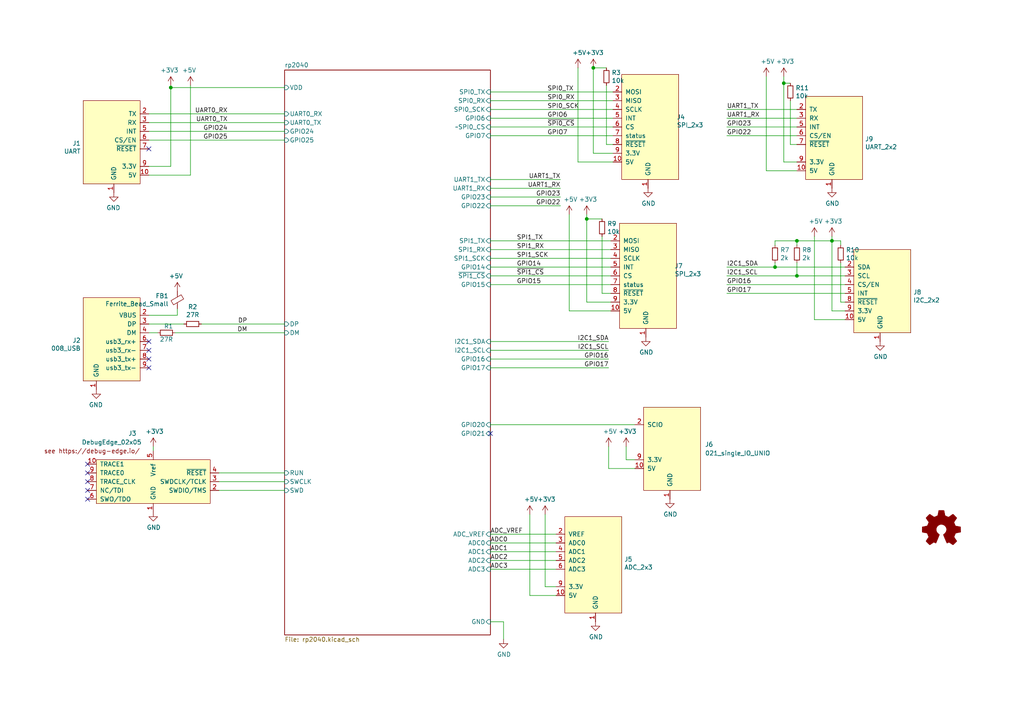
<source format=kicad_sch>
(kicad_sch (version 20211123) (generator eeschema)

  (uuid 57732dd3-1162-4c3f-88bd-31bf473d124d)

  (paper "A4")

  (lib_symbols
    (symbol "Device:FerriteBead_Small" (pin_numbers hide) (pin_names (offset 0)) (in_bom yes) (on_board yes)
      (property "Reference" "FB" (id 0) (at 1.905 1.27 0)
        (effects (font (size 1.27 1.27)) (justify left))
      )
      (property "Value" "FerriteBead_Small" (id 1) (at 1.905 -1.27 0)
        (effects (font (size 1.27 1.27)) (justify left))
      )
      (property "Footprint" "" (id 2) (at -1.778 0 90)
        (effects (font (size 1.27 1.27)) hide)
      )
      (property "Datasheet" "~" (id 3) (at 0 0 0)
        (effects (font (size 1.27 1.27)) hide)
      )
      (property "ki_keywords" "L ferrite bead inductor filter" (id 4) (at 0 0 0)
        (effects (font (size 1.27 1.27)) hide)
      )
      (property "ki_description" "Ferrite bead, small symbol" (id 5) (at 0 0 0)
        (effects (font (size 1.27 1.27)) hide)
      )
      (property "ki_fp_filters" "Inductor_* L_* *Ferrite*" (id 6) (at 0 0 0)
        (effects (font (size 1.27 1.27)) hide)
      )
      (symbol "FerriteBead_Small_0_1"
        (polyline
          (pts
            (xy 0 -1.27)
            (xy 0 -0.7874)
          )
          (stroke (width 0) (type default) (color 0 0 0 0))
          (fill (type none))
        )
        (polyline
          (pts
            (xy 0 0.889)
            (xy 0 1.2954)
          )
          (stroke (width 0) (type default) (color 0 0 0 0))
          (fill (type none))
        )
        (polyline
          (pts
            (xy -1.8288 0.2794)
            (xy -1.1176 1.4986)
            (xy 1.8288 -0.2032)
            (xy 1.1176 -1.4224)
            (xy -1.8288 0.2794)
          )
          (stroke (width 0) (type default) (color 0 0 0 0))
          (fill (type none))
        )
      )
      (symbol "FerriteBead_Small_1_1"
        (pin passive line (at 0 2.54 270) (length 1.27)
          (name "~" (effects (font (size 1.27 1.27))))
          (number "1" (effects (font (size 1.27 1.27))))
        )
        (pin passive line (at 0 -2.54 90) (length 1.27)
          (name "~" (effects (font (size 1.27 1.27))))
          (number "2" (effects (font (size 1.27 1.27))))
        )
      )
    )
    (symbol "Device:R_Small" (pin_numbers hide) (pin_names (offset 0.254) hide) (in_bom yes) (on_board yes)
      (property "Reference" "R" (id 0) (at 0.762 0.508 0)
        (effects (font (size 1.27 1.27)) (justify left))
      )
      (property "Value" "R_Small" (id 1) (at 0.762 -1.016 0)
        (effects (font (size 1.27 1.27)) (justify left))
      )
      (property "Footprint" "" (id 2) (at 0 0 0)
        (effects (font (size 1.27 1.27)) hide)
      )
      (property "Datasheet" "~" (id 3) (at 0 0 0)
        (effects (font (size 1.27 1.27)) hide)
      )
      (property "ki_keywords" "R resistor" (id 4) (at 0 0 0)
        (effects (font (size 1.27 1.27)) hide)
      )
      (property "ki_description" "Resistor, small symbol" (id 5) (at 0 0 0)
        (effects (font (size 1.27 1.27)) hide)
      )
      (property "ki_fp_filters" "R_*" (id 6) (at 0 0 0)
        (effects (font (size 1.27 1.27)) hide)
      )
      (symbol "R_Small_0_1"
        (rectangle (start -0.762 1.778) (end 0.762 -1.778)
          (stroke (width 0.2032) (type default) (color 0 0 0 0))
          (fill (type none))
        )
      )
      (symbol "R_Small_1_1"
        (pin passive line (at 0 2.54 270) (length 0.762)
          (name "~" (effects (font (size 1.27 1.27))))
          (number "1" (effects (font (size 1.27 1.27))))
        )
        (pin passive line (at 0 -2.54 90) (length 0.762)
          (name "~" (effects (font (size 1.27 1.27))))
          (number "2" (effects (font (size 1.27 1.27))))
        )
      )
    )
    (symbol "Graphic:Logo_Open_Hardware_Small" (pin_names (offset 1.016)) (in_bom yes) (on_board yes)
      (property "Reference" "#LOGO" (id 0) (at 0 6.985 0)
        (effects (font (size 1.27 1.27)) hide)
      )
      (property "Value" "Logo_Open_Hardware_Small" (id 1) (at 0 -5.715 0)
        (effects (font (size 1.27 1.27)) hide)
      )
      (property "Footprint" "" (id 2) (at 0 0 0)
        (effects (font (size 1.27 1.27)) hide)
      )
      (property "Datasheet" "~" (id 3) (at 0 0 0)
        (effects (font (size 1.27 1.27)) hide)
      )
      (property "ki_keywords" "Logo" (id 4) (at 0 0 0)
        (effects (font (size 1.27 1.27)) hide)
      )
      (property "ki_description" "Open Hardware logo, small" (id 5) (at 0 0 0)
        (effects (font (size 1.27 1.27)) hide)
      )
      (symbol "Logo_Open_Hardware_Small_0_1"
        (polyline
          (pts
            (xy 3.3528 -4.3434)
            (xy 3.302 -4.318)
            (xy 3.175 -4.2418)
            (xy 2.9972 -4.1148)
            (xy 2.7686 -3.9624)
            (xy 2.54 -3.81)
            (xy 2.3622 -3.7084)
            (xy 2.2352 -3.6068)
            (xy 2.1844 -3.5814)
            (xy 2.159 -3.6068)
            (xy 2.0574 -3.6576)
            (xy 1.905 -3.7338)
            (xy 1.8034 -3.7846)
            (xy 1.6764 -3.8354)
            (xy 1.6002 -3.8354)
            (xy 1.6002 -3.8354)
            (xy 1.5494 -3.7338)
            (xy 1.4732 -3.5306)
            (xy 1.3462 -3.302)
            (xy 1.2446 -3.0226)
            (xy 1.1176 -2.7178)
            (xy 0.9652 -2.413)
            (xy 0.8636 -2.1082)
            (xy 0.7366 -1.8288)
            (xy 0.6604 -1.6256)
            (xy 0.6096 -1.4732)
            (xy 0.5842 -1.397)
            (xy 0.5842 -1.397)
            (xy 0.6604 -1.3208)
            (xy 0.7874 -1.2446)
            (xy 1.0414 -1.016)
            (xy 1.2954 -0.6858)
            (xy 1.4478 -0.3302)
            (xy 1.524 0.0762)
            (xy 1.4732 0.4572)
            (xy 1.3208 0.8128)
            (xy 1.0668 1.143)
            (xy 0.762 1.3716)
            (xy 0.4064 1.524)
            (xy 0 1.5748)
            (xy -0.381 1.5494)
            (xy -0.7366 1.397)
            (xy -1.0668 1.143)
            (xy -1.2192 0.9906)
            (xy -1.397 0.6604)
            (xy -1.524 0.3048)
            (xy -1.524 0.2286)
            (xy -1.4986 -0.1778)
            (xy -1.397 -0.5334)
            (xy -1.1938 -0.8636)
            (xy -0.9144 -1.143)
            (xy -0.8636 -1.1684)
            (xy -0.7366 -1.27)
            (xy -0.635 -1.3462)
            (xy -0.5842 -1.397)
            (xy -1.0668 -2.5908)
            (xy -1.143 -2.794)
            (xy -1.2954 -3.1242)
            (xy -1.397 -3.4036)
            (xy -1.4986 -3.6322)
            (xy -1.5748 -3.7846)
            (xy -1.6002 -3.8354)
            (xy -1.6002 -3.8354)
            (xy -1.651 -3.8354)
            (xy -1.7272 -3.81)
            (xy -1.905 -3.7338)
            (xy -2.0066 -3.683)
            (xy -2.1336 -3.6068)
            (xy -2.2098 -3.5814)
            (xy -2.2606 -3.6068)
            (xy -2.3622 -3.683)
            (xy -2.54 -3.81)
            (xy -2.7686 -3.9624)
            (xy -2.9718 -4.0894)
            (xy -3.1496 -4.2164)
            (xy -3.302 -4.318)
            (xy -3.3528 -4.3434)
            (xy -3.3782 -4.3434)
            (xy -3.429 -4.318)
            (xy -3.5306 -4.2164)
            (xy -3.7084 -4.064)
            (xy -3.937 -3.8354)
            (xy -3.9624 -3.81)
            (xy -4.1656 -3.6068)
            (xy -4.318 -3.4544)
            (xy -4.4196 -3.3274)
            (xy -4.445 -3.2766)
            (xy -4.445 -3.2766)
            (xy -4.4196 -3.2258)
            (xy -4.318 -3.0734)
            (xy -4.2164 -2.8956)
            (xy -4.064 -2.667)
            (xy -3.6576 -2.0828)
            (xy -3.8862 -1.5494)
            (xy -3.937 -1.3716)
            (xy -4.0386 -1.1684)
            (xy -4.0894 -1.0414)
            (xy -4.1148 -0.9652)
            (xy -4.191 -0.9398)
            (xy -4.318 -0.9144)
            (xy -4.5466 -0.8636)
            (xy -4.8006 -0.8128)
            (xy -5.0546 -0.7874)
            (xy -5.2578 -0.7366)
            (xy -5.4356 -0.7112)
            (xy -5.5118 -0.6858)
            (xy -5.5118 -0.6858)
            (xy -5.5372 -0.635)
            (xy -5.5372 -0.5588)
            (xy -5.5372 -0.4318)
            (xy -5.5626 -0.2286)
            (xy -5.5626 0.0762)
            (xy -5.5626 0.127)
            (xy -5.5372 0.4064)
            (xy -5.5372 0.635)
            (xy -5.5372 0.762)
            (xy -5.5372 0.8382)
            (xy -5.5372 0.8382)
            (xy -5.461 0.8382)
            (xy -5.3086 0.889)
            (xy -5.08 0.9144)
            (xy -4.826 0.9652)
            (xy -4.8006 0.9906)
            (xy -4.5466 1.0414)
            (xy -4.318 1.0668)
            (xy -4.1656 1.1176)
            (xy -4.0894 1.143)
            (xy -4.0894 1.143)
            (xy -4.0386 1.2446)
            (xy -3.9624 1.4224)
            (xy -3.8608 1.6256)
            (xy -3.7846 1.8288)
            (xy -3.7084 2.0066)
            (xy -3.6576 2.159)
            (xy -3.6322 2.2098)
            (xy -3.6322 2.2098)
            (xy -3.683 2.286)
            (xy -3.7592 2.413)
            (xy -3.8862 2.5908)
            (xy -4.064 2.8194)
            (xy -4.064 2.8448)
            (xy -4.2164 3.0734)
            (xy -4.3434 3.2512)
            (xy -4.4196 3.3782)
            (xy -4.445 3.4544)
            (xy -4.445 3.4544)
            (xy -4.3942 3.5052)
            (xy -4.2926 3.6322)
            (xy -4.1148 3.81)
            (xy -3.937 4.0132)
            (xy -3.8608 4.064)
            (xy -3.6576 4.2926)
            (xy -3.5052 4.4196)
            (xy -3.4036 4.4958)
            (xy -3.3528 4.5212)
            (xy -3.3528 4.5212)
            (xy -3.302 4.4704)
            (xy -3.1496 4.3688)
            (xy -2.9718 4.2418)
            (xy -2.7432 4.0894)
            (xy -2.7178 4.0894)
            (xy -2.4892 3.937)
            (xy -2.3114 3.81)
            (xy -2.1844 3.7084)
            (xy -2.1336 3.683)
            (xy -2.1082 3.683)
            (xy -2.032 3.7084)
            (xy -1.8542 3.7592)
            (xy -1.6764 3.8354)
            (xy -1.4732 3.937)
            (xy -1.27 4.0132)
            (xy -1.143 4.064)
            (xy -1.0668 4.1148)
            (xy -1.0668 4.1148)
            (xy -1.0414 4.191)
            (xy -1.016 4.3434)
            (xy -0.9652 4.572)
            (xy -0.9144 4.8514)
            (xy -0.889 4.9022)
            (xy -0.8382 5.1562)
            (xy -0.8128 5.3848)
            (xy -0.7874 5.5372)
            (xy -0.762 5.588)
            (xy -0.7112 5.6134)
            (xy -0.5842 5.6134)
            (xy -0.4064 5.6134)
            (xy -0.1524 5.6134)
            (xy 0.0762 5.6134)
            (xy 0.3302 5.6134)
            (xy 0.5334 5.6134)
            (xy 0.6858 5.588)
            (xy 0.7366 5.588)
            (xy 0.7366 5.588)
            (xy 0.762 5.5118)
            (xy 0.8128 5.334)
            (xy 0.8382 5.1054)
            (xy 0.9144 4.826)
            (xy 0.9144 4.7752)
            (xy 0.9652 4.5212)
            (xy 1.016 4.2926)
            (xy 1.0414 4.1402)
            (xy 1.0668 4.0894)
            (xy 1.0668 4.0894)
            (xy 1.1938 4.0386)
            (xy 1.3716 3.9624)
            (xy 1.5748 3.8608)
            (xy 2.0828 3.6576)
            (xy 2.7178 4.0894)
            (xy 2.7686 4.1402)
            (xy 2.9972 4.2926)
            (xy 3.175 4.4196)
            (xy 3.302 4.4958)
            (xy 3.3782 4.5212)
            (xy 3.3782 4.5212)
            (xy 3.429 4.4704)
            (xy 3.556 4.3434)
            (xy 3.7338 4.191)
            (xy 3.9116 3.9878)
            (xy 4.064 3.8354)
            (xy 4.2418 3.6576)
            (xy 4.3434 3.556)
            (xy 4.4196 3.4798)
            (xy 4.4196 3.429)
            (xy 4.4196 3.4036)
            (xy 4.3942 3.3274)
            (xy 4.2926 3.2004)
            (xy 4.1656 2.9972)
            (xy 4.0132 2.794)
            (xy 3.8862 2.5908)
            (xy 3.7592 2.3876)
            (xy 3.6576 2.2352)
            (xy 3.6322 2.159)
            (xy 3.6322 2.1336)
            (xy 3.683 2.0066)
            (xy 3.7592 1.8288)
            (xy 3.8608 1.6002)
            (xy 4.064 1.1176)
            (xy 4.3942 1.0414)
            (xy 4.5974 1.016)
            (xy 4.8768 0.9652)
            (xy 5.1308 0.9144)
            (xy 5.5372 0.8382)
            (xy 5.5626 -0.6604)
            (xy 5.4864 -0.6858)
            (xy 5.4356 -0.6858)
            (xy 5.2832 -0.7366)
            (xy 5.0546 -0.762)
            (xy 4.8006 -0.8128)
            (xy 4.5974 -0.8636)
            (xy 4.3688 -0.9144)
            (xy 4.2164 -0.9398)
            (xy 4.1402 -0.9398)
            (xy 4.1148 -0.9652)
            (xy 4.064 -1.0668)
            (xy 3.9878 -1.2446)
            (xy 3.9116 -1.4478)
            (xy 3.81 -1.651)
            (xy 3.7338 -1.8542)
            (xy 3.683 -2.0066)
            (xy 3.6576 -2.0828)
            (xy 3.683 -2.1336)
            (xy 3.7846 -2.2606)
            (xy 3.8862 -2.4638)
            (xy 4.0386 -2.667)
            (xy 4.191 -2.8956)
            (xy 4.318 -3.0734)
            (xy 4.3942 -3.2004)
            (xy 4.445 -3.2766)
            (xy 4.4196 -3.3274)
            (xy 4.3434 -3.429)
            (xy 4.1656 -3.5814)
            (xy 3.937 -3.8354)
            (xy 3.8862 -3.8608)
            (xy 3.683 -4.064)
            (xy 3.5306 -4.2164)
            (xy 3.4036 -4.318)
            (xy 3.3528 -4.3434)
          )
          (stroke (width 0) (type default) (color 0 0 0 0))
          (fill (type outline))
        )
      )
    )
    (symbol "power:+3.3V" (power) (pin_names (offset 0)) (in_bom yes) (on_board yes)
      (property "Reference" "#PWR" (id 0) (at 0 -3.81 0)
        (effects (font (size 1.27 1.27)) hide)
      )
      (property "Value" "+3.3V" (id 1) (at 0 3.556 0)
        (effects (font (size 1.27 1.27)))
      )
      (property "Footprint" "" (id 2) (at 0 0 0)
        (effects (font (size 1.27 1.27)) hide)
      )
      (property "Datasheet" "" (id 3) (at 0 0 0)
        (effects (font (size 1.27 1.27)) hide)
      )
      (property "ki_keywords" "power-flag" (id 4) (at 0 0 0)
        (effects (font (size 1.27 1.27)) hide)
      )
      (property "ki_description" "Power symbol creates a global label with name \"+3.3V\"" (id 5) (at 0 0 0)
        (effects (font (size 1.27 1.27)) hide)
      )
      (symbol "+3.3V_0_1"
        (polyline
          (pts
            (xy -0.762 1.27)
            (xy 0 2.54)
          )
          (stroke (width 0) (type default) (color 0 0 0 0))
          (fill (type none))
        )
        (polyline
          (pts
            (xy 0 0)
            (xy 0 2.54)
          )
          (stroke (width 0) (type default) (color 0 0 0 0))
          (fill (type none))
        )
        (polyline
          (pts
            (xy 0 2.54)
            (xy 0.762 1.27)
          )
          (stroke (width 0) (type default) (color 0 0 0 0))
          (fill (type none))
        )
      )
      (symbol "+3.3V_1_1"
        (pin power_in line (at 0 0 90) (length 0) hide
          (name "+3V3" (effects (font (size 1.27 1.27))))
          (number "1" (effects (font (size 1.27 1.27))))
        )
      )
    )
    (symbol "power:+5V" (power) (pin_names (offset 0)) (in_bom yes) (on_board yes)
      (property "Reference" "#PWR" (id 0) (at 0 -3.81 0)
        (effects (font (size 1.27 1.27)) hide)
      )
      (property "Value" "+5V" (id 1) (at 0 3.556 0)
        (effects (font (size 1.27 1.27)))
      )
      (property "Footprint" "" (id 2) (at 0 0 0)
        (effects (font (size 1.27 1.27)) hide)
      )
      (property "Datasheet" "" (id 3) (at 0 0 0)
        (effects (font (size 1.27 1.27)) hide)
      )
      (property "ki_keywords" "power-flag" (id 4) (at 0 0 0)
        (effects (font (size 1.27 1.27)) hide)
      )
      (property "ki_description" "Power symbol creates a global label with name \"+5V\"" (id 5) (at 0 0 0)
        (effects (font (size 1.27 1.27)) hide)
      )
      (symbol "+5V_0_1"
        (polyline
          (pts
            (xy -0.762 1.27)
            (xy 0 2.54)
          )
          (stroke (width 0) (type default) (color 0 0 0 0))
          (fill (type none))
        )
        (polyline
          (pts
            (xy 0 0)
            (xy 0 2.54)
          )
          (stroke (width 0) (type default) (color 0 0 0 0))
          (fill (type none))
        )
        (polyline
          (pts
            (xy 0 2.54)
            (xy 0.762 1.27)
          )
          (stroke (width 0) (type default) (color 0 0 0 0))
          (fill (type none))
        )
      )
      (symbol "+5V_1_1"
        (pin power_in line (at 0 0 90) (length 0) hide
          (name "+5V" (effects (font (size 1.27 1.27))))
          (number "1" (effects (font (size 1.27 1.27))))
        )
      )
    )
    (symbol "power:GND" (power) (pin_names (offset 0)) (in_bom yes) (on_board yes)
      (property "Reference" "#PWR" (id 0) (at 0 -6.35 0)
        (effects (font (size 1.27 1.27)) hide)
      )
      (property "Value" "GND" (id 1) (at 0 -3.81 0)
        (effects (font (size 1.27 1.27)))
      )
      (property "Footprint" "" (id 2) (at 0 0 0)
        (effects (font (size 1.27 1.27)) hide)
      )
      (property "Datasheet" "" (id 3) (at 0 0 0)
        (effects (font (size 1.27 1.27)) hide)
      )
      (property "ki_keywords" "power-flag" (id 4) (at 0 0 0)
        (effects (font (size 1.27 1.27)) hide)
      )
      (property "ki_description" "Power symbol creates a global label with name \"GND\" , ground" (id 5) (at 0 0 0)
        (effects (font (size 1.27 1.27)) hide)
      )
      (symbol "GND_0_1"
        (polyline
          (pts
            (xy 0 0)
            (xy 0 -1.27)
            (xy 1.27 -1.27)
            (xy 0 -2.54)
            (xy -1.27 -1.27)
            (xy 0 -1.27)
          )
          (stroke (width 0) (type default) (color 0 0 0 0))
          (fill (type none))
        )
      )
      (symbol "GND_1_1"
        (pin power_in line (at 0 0 270) (length 0) hide
          (name "GND" (effects (font (size 1.27 1.27))))
          (number "1" (effects (font (size 1.27 1.27))))
        )
      )
    )
    (symbol "put_on_edge:001_I2C" (pin_names (offset 1.016)) (in_bom yes) (on_board yes)
      (property "Reference" "J" (id 0) (at -2.54 13.97 0)
        (effects (font (size 1.27 1.27)))
      )
      (property "Value" "001_I2C" (id 1) (at 8.89 13.97 0)
        (effects (font (size 1.27 1.27)))
      )
      (property "Footprint" "" (id 2) (at 7.62 16.51 0)
        (effects (font (size 1.27 1.27)) hide)
      )
      (property "Datasheet" "" (id 3) (at 7.62 16.51 0)
        (effects (font (size 1.27 1.27)) hide)
      )
      (symbol "001_I2C_0_1"
        (rectangle (start -8.89 12.7) (end 7.62 -11.43)
          (stroke (width 0) (type default) (color 0 0 0 0))
          (fill (type background))
        )
      )
      (symbol "001_I2C_1_1"
        (pin power_in line (at -1.27 -13.97 90) (length 2.54)
          (name "GND" (effects (font (size 1.27 1.27))))
          (number "1" (effects (font (size 1.27 1.27))))
        )
        (pin power_in line (at -11.43 -7.62 0) (length 2.54)
          (name "5V" (effects (font (size 1.27 1.27))))
          (number "10" (effects (font (size 1.27 1.27))))
        )
        (pin bidirectional line (at -11.43 7.62 0) (length 2.54)
          (name "SDA" (effects (font (size 1.27 1.27))))
          (number "2" (effects (font (size 1.27 1.27))))
        )
        (pin bidirectional line (at -11.43 5.08 0) (length 2.54)
          (name "SCL" (effects (font (size 1.27 1.27))))
          (number "3" (effects (font (size 1.27 1.27))))
        )
        (pin bidirectional line (at -11.43 2.54 0) (length 2.54)
          (name "CS/EN" (effects (font (size 1.27 1.27))))
          (number "4" (effects (font (size 1.27 1.27))))
        )
        (pin bidirectional line (at -11.43 0 0) (length 2.54)
          (name "INT" (effects (font (size 1.27 1.27))))
          (number "5" (effects (font (size 1.27 1.27))))
        )
        (pin bidirectional line (at -11.43 -2.54 0) (length 2.54)
          (name "~{RESET}" (effects (font (size 1.27 1.27))))
          (number "8" (effects (font (size 1.27 1.27))))
        )
        (pin power_in line (at -11.43 -5.08 0) (length 2.54)
          (name "3.3V" (effects (font (size 1.27 1.27))))
          (number "9" (effects (font (size 1.27 1.27))))
        )
      )
    )
    (symbol "put_on_edge:002_SPI" (pin_names (offset 1.016)) (in_bom yes) (on_board yes)
      (property "Reference" "J" (id 0) (at -1.27 13.97 0)
        (effects (font (size 1.27 1.27)))
      )
      (property "Value" "002_SPI" (id 1) (at 10.16 13.97 0)
        (effects (font (size 1.27 1.27)))
      )
      (property "Footprint" "" (id 2) (at 8.89 16.51 0)
        (effects (font (size 1.27 1.27)) hide)
      )
      (property "Datasheet" "" (id 3) (at 8.89 16.51 0)
        (effects (font (size 1.27 1.27)) hide)
      )
      (symbol "002_SPI_0_1"
        (rectangle (start -7.62 12.7) (end 8.89 -17.78)
          (stroke (width 0) (type default) (color 0 0 0 0))
          (fill (type background))
        )
      )
      (symbol "002_SPI_1_1"
        (pin power_in line (at 0 -20.32 90) (length 2.54)
          (name "GND" (effects (font (size 1.27 1.27))))
          (number "1" (effects (font (size 1.27 1.27))))
        )
        (pin power_in line (at -10.16 -12.7 0) (length 2.54)
          (name "5V" (effects (font (size 1.27 1.27))))
          (number "10" (effects (font (size 1.27 1.27))))
        )
        (pin bidirectional line (at -10.16 7.62 0) (length 2.54)
          (name "MOSI" (effects (font (size 1.27 1.27))))
          (number "2" (effects (font (size 1.27 1.27))))
        )
        (pin bidirectional line (at -10.16 5.08 0) (length 2.54)
          (name "MISO" (effects (font (size 1.27 1.27))))
          (number "3" (effects (font (size 1.27 1.27))))
        )
        (pin bidirectional line (at -10.16 2.54 0) (length 2.54)
          (name "SCLK" (effects (font (size 1.27 1.27))))
          (number "4" (effects (font (size 1.27 1.27))))
        )
        (pin bidirectional line (at -10.16 0 0) (length 2.54)
          (name "INT" (effects (font (size 1.27 1.27))))
          (number "5" (effects (font (size 1.27 1.27))))
        )
        (pin bidirectional line (at -10.16 -2.54 0) (length 2.54)
          (name "CS" (effects (font (size 1.27 1.27))))
          (number "6" (effects (font (size 1.27 1.27))))
        )
        (pin bidirectional line (at -10.16 -5.08 0) (length 2.54)
          (name "status" (effects (font (size 1.27 1.27))))
          (number "7" (effects (font (size 1.27 1.27))))
        )
        (pin bidirectional line (at -10.16 -7.62 0) (length 2.54)
          (name "~{RESET}" (effects (font (size 1.27 1.27))))
          (number "8" (effects (font (size 1.27 1.27))))
        )
        (pin power_in line (at -10.16 -10.16 0) (length 2.54)
          (name "3.3V" (effects (font (size 1.27 1.27))))
          (number "9" (effects (font (size 1.27 1.27))))
        )
      )
    )
    (symbol "put_on_edge:007_ADC" (pin_names (offset 1.016)) (in_bom yes) (on_board yes)
      (property "Reference" "J" (id 0) (at -2.54 13.97 0)
        (effects (font (size 1.27 1.27)))
      )
      (property "Value" "007_ADC" (id 1) (at 8.89 13.97 0)
        (effects (font (size 1.27 1.27)))
      )
      (property "Footprint" "" (id 2) (at 7.62 16.51 0)
        (effects (font (size 1.27 1.27)) hide)
      )
      (property "Datasheet" "" (id 3) (at 7.62 16.51 0)
        (effects (font (size 1.27 1.27)) hide)
      )
      (symbol "007_ADC_0_1"
        (rectangle (start -8.89 12.7) (end 7.62 -15.24)
          (stroke (width 0) (type default) (color 0 0 0 0))
          (fill (type background))
        )
      )
      (symbol "007_ADC_1_1"
        (pin power_in line (at 0 -17.78 90) (length 2.54)
          (name "GND" (effects (font (size 1.27 1.27))))
          (number "1" (effects (font (size 1.27 1.27))))
        )
        (pin bidirectional line (at -11.43 -10.16 0) (length 2.54)
          (name "5V" (effects (font (size 1.27 1.27))))
          (number "10" (effects (font (size 1.27 1.27))))
        )
        (pin bidirectional line (at -11.43 7.62 0) (length 2.54)
          (name "VREF" (effects (font (size 1.27 1.27))))
          (number "2" (effects (font (size 1.27 1.27))))
        )
        (pin power_in line (at -11.43 5.08 0) (length 2.54)
          (name "ADC0" (effects (font (size 1.27 1.27))))
          (number "3" (effects (font (size 1.27 1.27))))
        )
        (pin bidirectional line (at -11.43 2.54 0) (length 2.54)
          (name "ADC1" (effects (font (size 1.27 1.27))))
          (number "4" (effects (font (size 1.27 1.27))))
        )
        (pin bidirectional line (at -11.43 0 0) (length 2.54)
          (name "ADC2" (effects (font (size 1.27 1.27))))
          (number "5" (effects (font (size 1.27 1.27))))
        )
        (pin bidirectional line (at -11.43 -2.54 0) (length 2.54)
          (name "ADC3" (effects (font (size 1.27 1.27))))
          (number "6" (effects (font (size 1.27 1.27))))
        )
        (pin bidirectional line (at -11.43 -7.62 0) (length 2.54)
          (name "3.3V" (effects (font (size 1.27 1.27))))
          (number "9" (effects (font (size 1.27 1.27))))
        )
      )
    )
    (symbol "put_on_edge:008_USB" (pin_names (offset 1.016)) (in_bom yes) (on_board yes)
      (property "Reference" "J" (id 0) (at -2.54 13.97 0)
        (effects (font (size 1.27 1.27)))
      )
      (property "Value" "008_USB" (id 1) (at 8.89 13.97 0)
        (effects (font (size 1.27 1.27)))
      )
      (property "Footprint" "" (id 2) (at 7.62 16.51 0)
        (effects (font (size 1.27 1.27)) hide)
      )
      (property "Datasheet" "" (id 3) (at 7.62 16.51 0)
        (effects (font (size 1.27 1.27)) hide)
      )
      (symbol "008_USB_0_1"
        (rectangle (start -8.89 12.7) (end 7.62 -11.43)
          (stroke (width 0) (type default) (color 0 0 0 0))
          (fill (type background))
        )
      )
      (symbol "008_USB_1_1"
        (pin power_in line (at 3.81 -13.97 90) (length 2.54)
          (name "GND" (effects (font (size 1.27 1.27))))
          (number "1" (effects (font (size 1.27 1.27))))
        )
        (pin power_in line (at -11.43 7.62 0) (length 2.54)
          (name "VBUS" (effects (font (size 1.27 1.27))))
          (number "2" (effects (font (size 1.27 1.27))))
        )
        (pin bidirectional line (at -11.43 5.08 0) (length 2.54)
          (name "DP" (effects (font (size 1.27 1.27))))
          (number "3" (effects (font (size 1.27 1.27))))
        )
        (pin bidirectional line (at -11.43 2.54 0) (length 2.54)
          (name "DM" (effects (font (size 1.27 1.27))))
          (number "4" (effects (font (size 1.27 1.27))))
        )
        (pin input line (at -11.43 0 0) (length 2.54)
          (name "usb3_rx+" (effects (font (size 1.27 1.27))))
          (number "6" (effects (font (size 1.27 1.27))))
        )
        (pin input line (at -11.43 -2.54 0) (length 2.54)
          (name "usb3_rx-" (effects (font (size 1.27 1.27))))
          (number "7" (effects (font (size 1.27 1.27))))
        )
        (pin input line (at -11.43 -5.08 0) (length 2.54)
          (name "usb3_tx+" (effects (font (size 1.27 1.27))))
          (number "8" (effects (font (size 1.27 1.27))))
        )
        (pin input line (at -11.43 -7.62 0) (length 2.54)
          (name "usb3_tx-" (effects (font (size 1.27 1.27))))
          (number "9" (effects (font (size 1.27 1.27))))
        )
      )
    )
    (symbol "put_on_edge:010_UART" (pin_names (offset 1.016)) (in_bom yes) (on_board yes)
      (property "Reference" "J" (id 0) (at -2.54 13.97 0)
        (effects (font (size 1.27 1.27)))
      )
      (property "Value" "010_UART" (id 1) (at 8.89 13.97 0)
        (effects (font (size 1.27 1.27)))
      )
      (property "Footprint" "" (id 2) (at 7.62 16.51 0)
        (effects (font (size 1.27 1.27)) hide)
      )
      (property "Datasheet" "" (id 3) (at 7.62 16.51 0)
        (effects (font (size 1.27 1.27)) hide)
      )
      (symbol "010_UART_0_1"
        (rectangle (start -8.89 12.7) (end 7.62 -11.43)
          (stroke (width 0) (type default) (color 0 0 0 0))
          (fill (type background))
        )
      )
      (symbol "010_UART_1_1"
        (pin power_in line (at -1.27 -13.97 90) (length 2.54)
          (name "GND" (effects (font (size 1.27 1.27))))
          (number "1" (effects (font (size 1.27 1.27))))
        )
        (pin power_in line (at -11.43 -8.89 0) (length 2.54)
          (name "5V" (effects (font (size 1.27 1.27))))
          (number "10" (effects (font (size 1.27 1.27))))
        )
        (pin bidirectional line (at -11.43 8.89 0) (length 2.54)
          (name "TX" (effects (font (size 1.27 1.27))))
          (number "2" (effects (font (size 1.27 1.27))))
        )
        (pin bidirectional line (at -11.43 6.35 0) (length 2.54)
          (name "RX" (effects (font (size 1.27 1.27))))
          (number "3" (effects (font (size 1.27 1.27))))
        )
        (pin bidirectional line (at -11.43 3.81 0) (length 2.54)
          (name "INT" (effects (font (size 1.27 1.27))))
          (number "5" (effects (font (size 1.27 1.27))))
        )
        (pin bidirectional line (at -11.43 1.27 0) (length 2.54)
          (name "CS/EN" (effects (font (size 1.27 1.27))))
          (number "6" (effects (font (size 1.27 1.27))))
        )
        (pin bidirectional line (at -11.43 -1.27 0) (length 2.54)
          (name "~{RESET}" (effects (font (size 1.27 1.27))))
          (number "7" (effects (font (size 1.27 1.27))))
        )
        (pin power_in line (at -11.43 -6.35 0) (length 2.54)
          (name "3.3V" (effects (font (size 1.27 1.27))))
          (number "9" (effects (font (size 1.27 1.27))))
        )
      )
    )
    (symbol "put_on_edge:021_single_IO_UNIO" (pin_names (offset 1.016)) (in_bom yes) (on_board yes)
      (property "Reference" "J" (id 0) (at -2.54 13.97 0)
        (effects (font (size 1.27 1.27)))
      )
      (property "Value" "021_single_IO_UNIO" (id 1) (at 8.89 13.97 0)
        (effects (font (size 1.27 1.27)))
      )
      (property "Footprint" "" (id 2) (at 7.62 16.51 0)
        (effects (font (size 1.27 1.27)) hide)
      )
      (property "Datasheet" "" (id 3) (at 7.62 16.51 0)
        (effects (font (size 1.27 1.27)) hide)
      )
      (symbol "021_single_IO_UNIO_0_1"
        (rectangle (start -8.89 12.7) (end 7.62 -11.43)
          (stroke (width 0) (type default) (color 0 0 0 0))
          (fill (type background))
        )
      )
      (symbol "021_single_IO_UNIO_1_1"
        (pin power_in line (at -1.27 -13.97 90) (length 2.54)
          (name "GND" (effects (font (size 1.27 1.27))))
          (number "1" (effects (font (size 1.27 1.27))))
        )
        (pin power_in line (at -11.43 -5.08 0) (length 2.54)
          (name "5V" (effects (font (size 1.27 1.27))))
          (number "10" (effects (font (size 1.27 1.27))))
        )
        (pin bidirectional line (at -11.43 7.62 0) (length 2.54)
          (name "SCIO" (effects (font (size 1.27 1.27))))
          (number "2" (effects (font (size 1.27 1.27))))
        )
        (pin power_in line (at -11.43 -2.54 0) (length 2.54)
          (name "3.3V" (effects (font (size 1.27 1.27))))
          (number "9" (effects (font (size 1.27 1.27))))
        )
      )
    )
    (symbol "put_on_edge:DebugEdge_02x05" (pin_names (offset 1.016)) (in_bom yes) (on_board yes)
      (property "Reference" "J" (id 0) (at -10.16 7.62 0)
        (effects (font (size 1.27 1.27)))
      )
      (property "Value" "DebugEdge_02x05" (id 1) (at 11.43 7.62 0)
        (effects (font (size 1.27 1.27)))
      )
      (property "Footprint" "" (id 2) (at 0 10.16 0)
        (effects (font (size 1.27 1.27)) hide)
      )
      (property "Datasheet" "" (id 3) (at 0 10.16 0)
        (effects (font (size 1.27 1.27)) hide)
      )
      (symbol "DebugEdge_02x05_0_0"
        (text "see https://debug-edge.io/" (at 17.78 -8.89 0)
          (effects (font (size 1.27 1.27)))
        )
      )
      (symbol "DebugEdge_02x05_0_1"
        (rectangle (start -16.51 6.35) (end 16.51 -6.35)
          (stroke (width 0) (type default) (color 0 0 0 0))
          (fill (type background))
        )
      )
      (symbol "DebugEdge_02x05_1_1"
        (pin power_in line (at 0 8.89 270) (length 2.54)
          (name "GND" (effects (font (size 1.27 1.27))))
          (number "1" (effects (font (size 1.27 1.27))))
        )
        (pin bidirectional line (at 19.05 -5.08 180) (length 2.54)
          (name "TRACE1" (effects (font (size 1.27 1.27))))
          (number "10" (effects (font (size 1.27 1.27))))
        )
        (pin bidirectional line (at -19.05 2.54 0) (length 2.54)
          (name "SWDIO/TMS" (effects (font (size 1.27 1.27))))
          (number "2" (effects (font (size 1.27 1.27))))
        )
        (pin bidirectional line (at -19.05 0 0) (length 2.54)
          (name "SWDCLK/TCLK" (effects (font (size 1.27 1.27))))
          (number "3" (effects (font (size 1.27 1.27))))
        )
        (pin bidirectional line (at -19.05 -2.54 0) (length 2.54)
          (name "~{RESET}" (effects (font (size 1.27 1.27))))
          (number "4" (effects (font (size 1.27 1.27))))
        )
        (pin power_in line (at 0 -8.89 90) (length 2.54)
          (name "Vref" (effects (font (size 1.27 1.27))))
          (number "5" (effects (font (size 1.27 1.27))))
        )
        (pin bidirectional line (at 19.05 5.08 180) (length 2.54)
          (name "SWO/TDO" (effects (font (size 1.27 1.27))))
          (number "6" (effects (font (size 1.27 1.27))))
        )
        (pin bidirectional line (at 19.05 2.54 180) (length 2.54)
          (name "NC/TDI" (effects (font (size 1.27 1.27))))
          (number "7" (effects (font (size 1.27 1.27))))
        )
        (pin bidirectional line (at 19.05 0 180) (length 2.54)
          (name "TRACE_CLK" (effects (font (size 1.27 1.27))))
          (number "8" (effects (font (size 1.27 1.27))))
        )
        (pin bidirectional line (at 19.05 -2.54 180) (length 2.54)
          (name "TRACE0" (effects (font (size 1.27 1.27))))
          (number "9" (effects (font (size 1.27 1.27))))
        )
      )
    )
  )

  (junction (at 231.14 80.01) (diameter 0) (color 0 0 0 0)
    (uuid 07ef3af7-2570-47d2-bc02-8af3da59af99)
  )
  (junction (at 241.3 69.85) (diameter 0) (color 0 0 0 0)
    (uuid 345a506a-cfd9-41a1-ad3c-b5bd76b2c876)
  )
  (junction (at 49.53 25.4) (diameter 0) (color 0 0 0 0)
    (uuid 724b2229-b183-458d-9bf2-ec0c7e2e0b40)
  )
  (junction (at 172.085 19.685) (diameter 0) (color 0 0 0 0)
    (uuid 73dad205-d5af-44b6-b0c7-fe6cdf50cd92)
  )
  (junction (at 227.33 24.13) (diameter 0) (color 0 0 0 0)
    (uuid af609afc-e226-4c25-9ae3-ad9a70cc488a)
  )
  (junction (at 170.18 63.5) (diameter 0) (color 0 0 0 0)
    (uuid b215cc27-fd23-4bcf-a9e8-ec4ba5ce8970)
  )
  (junction (at 224.79 77.47) (diameter 0) (color 0 0 0 0)
    (uuid cc40907d-8712-4d40-b5a3-58cfb70aa25b)
  )
  (junction (at 231.14 69.85) (diameter 0) (color 0 0 0 0)
    (uuid cd4c1058-618c-4f77-bb77-f4a55eeec388)
  )

  (no_connect (at 25.4 144.78) (uuid 0f70c6df-b01d-4e1f-b58b-f6f443ed2059))
  (no_connect (at 43.18 104.14) (uuid 18488ebd-0bef-4838-ab04-909734f6f525))
  (no_connect (at 43.18 43.18) (uuid 409ee898-3e41-4249-a6d7-3c6c395197a1))
  (no_connect (at 142.24 125.73) (uuid 5e384c1b-3c25-401c-8ec8-ff2ff78987bd))
  (no_connect (at 25.4 142.24) (uuid 66148d57-b35e-405e-9c37-ee7767ea2631))
  (no_connect (at 43.18 99.06) (uuid 7bdbd058-dc4e-475d-867d-cd8cf9f976c8))
  (no_connect (at 43.18 106.68) (uuid 87549d3d-bfc0-4298-a5f7-8130f3c88ef8))
  (no_connect (at 25.4 139.7) (uuid 9fbe0a14-5922-4251-b150-de5e4221082a))
  (no_connect (at 43.18 101.6) (uuid af295e15-0379-48e2-8480-df861b6acf01))
  (no_connect (at 25.4 137.16) (uuid bb7d544f-1b85-45d0-9181-93f458a5e229))
  (no_connect (at 25.4 134.62) (uuid f9c4b930-a65b-42d5-b1b1-b5885db97a3a))

  (wire (pts (xy 210.82 34.29) (xy 231.14 34.29))
    (stroke (width 0) (type default) (color 0 0 0 0))
    (uuid 07827ec1-ef1b-4502-bcc7-073cf88f2eda)
  )
  (wire (pts (xy 176.53 104.14) (xy 142.24 104.14))
    (stroke (width 0) (type default) (color 0 0 0 0))
    (uuid 0bb476f3-2523-4b00-8436-3c12a5545bd4)
  )
  (wire (pts (xy 167.64 46.99) (xy 177.8 46.99))
    (stroke (width 0) (type default) (color 0 0 0 0))
    (uuid 0f2e7cf3-aa34-4a75-9f0f-d6057e95da92)
  )
  (wire (pts (xy 142.24 165.1) (xy 161.29 165.1))
    (stroke (width 0) (type default) (color 0 0 0 0))
    (uuid 16e68b8c-71a4-473f-a732-a88a486078f2)
  )
  (wire (pts (xy 142.24 80.01) (xy 177.165 80.01))
    (stroke (width 0) (type default) (color 0 0 0 0))
    (uuid 18835685-11c7-475f-a46f-07ad95b17b1f)
  )
  (wire (pts (xy 51.435 89.535) (xy 51.435 91.44))
    (stroke (width 0) (type default) (color 0 0 0 0))
    (uuid 1f10add1-d69a-406f-87fd-2fe9c194d5ab)
  )
  (wire (pts (xy 174.625 85.09) (xy 177.165 85.09))
    (stroke (width 0) (type default) (color 0 0 0 0))
    (uuid 22d3d314-08da-4c07-bc49-46d854247f3a)
  )
  (wire (pts (xy 167.64 19.685) (xy 167.64 46.99))
    (stroke (width 0) (type default) (color 0 0 0 0))
    (uuid 25e6cfa8-a6ee-440e-8ea8-a3a094f10cf2)
  )
  (wire (pts (xy 58.42 93.98) (xy 82.55 93.98))
    (stroke (width 0) (type default) (color 0 0 0 0))
    (uuid 2f94b9c2-066b-4590-8026-20baedd2b201)
  )
  (wire (pts (xy 210.82 39.37) (xy 231.14 39.37))
    (stroke (width 0) (type default) (color 0 0 0 0))
    (uuid 30530a44-05ed-4c0b-b113-d18819633333)
  )
  (wire (pts (xy 231.14 76.2) (xy 231.14 80.01))
    (stroke (width 0) (type default) (color 0 0 0 0))
    (uuid 3056b988-5a40-4443-91a7-10f8c0bfc18a)
  )
  (wire (pts (xy 142.24 154.94) (xy 161.29 154.94))
    (stroke (width 0) (type default) (color 0 0 0 0))
    (uuid 306827cb-d2c3-44fc-a9b8-0e494857bd3b)
  )
  (wire (pts (xy 142.24 39.37) (xy 177.8 39.37))
    (stroke (width 0) (type default) (color 0 0 0 0))
    (uuid 325b376b-8e18-4059-890c-0d570cabd6bb)
  )
  (wire (pts (xy 142.24 123.19) (xy 184.15 123.19))
    (stroke (width 0) (type default) (color 0 0 0 0))
    (uuid 34ab3b1b-9318-41f0-99ea-4dd0a427d6cc)
  )
  (wire (pts (xy 227.33 46.99) (xy 231.14 46.99))
    (stroke (width 0) (type default) (color 0 0 0 0))
    (uuid 374f3070-0761-4f5b-8ed7-144e5d62b1a5)
  )
  (wire (pts (xy 229.235 41.91) (xy 231.14 41.91))
    (stroke (width 0) (type default) (color 0 0 0 0))
    (uuid 3879f355-76ef-4e1e-b05f-a7a1d692a4c4)
  )
  (wire (pts (xy 43.18 38.1) (xy 82.55 38.1))
    (stroke (width 0) (type default) (color 0 0 0 0))
    (uuid 3c227072-e868-444a-a226-62a8b0e407ba)
  )
  (wire (pts (xy 146.05 180.34) (xy 142.24 180.34))
    (stroke (width 0) (type default) (color 0 0 0 0))
    (uuid 3fd4f682-6a19-456b-b57c-cdf669ff1c1b)
  )
  (wire (pts (xy 241.3 90.17) (xy 245.11 90.17))
    (stroke (width 0) (type default) (color 0 0 0 0))
    (uuid 40056337-6c88-4780-9854-e8118b096644)
  )
  (wire (pts (xy 210.82 77.47) (xy 224.79 77.47))
    (stroke (width 0) (type default) (color 0 0 0 0))
    (uuid 4008dd52-5b42-43f5-a4e5-01365af21fe9)
  )
  (wire (pts (xy 44.45 129.54) (xy 44.45 130.81))
    (stroke (width 0) (type default) (color 0 0 0 0))
    (uuid 46598142-a694-4077-8924-0c9edf7e38e0)
  )
  (wire (pts (xy 210.82 36.83) (xy 231.14 36.83))
    (stroke (width 0) (type default) (color 0 0 0 0))
    (uuid 48936530-b4c8-48af-a39a-6c7d6df01bb2)
  )
  (wire (pts (xy 176.53 135.89) (xy 176.53 129.54))
    (stroke (width 0) (type default) (color 0 0 0 0))
    (uuid 48fec9ed-8f49-4097-b01a-08ddab841977)
  )
  (wire (pts (xy 224.79 71.12) (xy 224.79 69.85))
    (stroke (width 0) (type default) (color 0 0 0 0))
    (uuid 4a210b2b-59e4-4b8d-a4d1-8eb40c30e6c5)
  )
  (wire (pts (xy 142.24 99.06) (xy 176.53 99.06))
    (stroke (width 0) (type default) (color 0 0 0 0))
    (uuid 4a58199b-4b66-43a5-b853-ad8f810c0dac)
  )
  (wire (pts (xy 55.245 50.8) (xy 43.18 50.8))
    (stroke (width 0) (type default) (color 0 0 0 0))
    (uuid 4a5c5dea-33b9-4c46-9da4-0211000b6ea8)
  )
  (wire (pts (xy 142.24 162.56) (xy 161.29 162.56))
    (stroke (width 0) (type default) (color 0 0 0 0))
    (uuid 4a86bb44-d486-425a-ac7f-eab7979884aa)
  )
  (wire (pts (xy 142.24 31.75) (xy 177.8 31.75))
    (stroke (width 0) (type default) (color 0 0 0 0))
    (uuid 4ac50a90-58aa-41db-ade0-ba1ab7d14ffd)
  )
  (wire (pts (xy 142.24 77.47) (xy 177.165 77.47))
    (stroke (width 0) (type default) (color 0 0 0 0))
    (uuid 4e052226-9bd9-4006-ae5c-58193d8fd6fa)
  )
  (wire (pts (xy 142.24 69.85) (xy 177.165 69.85))
    (stroke (width 0) (type default) (color 0 0 0 0))
    (uuid 51053e75-d3ad-41e5-8b67-ad4ad67705c4)
  )
  (wire (pts (xy 43.18 35.56) (xy 82.55 35.56))
    (stroke (width 0) (type default) (color 0 0 0 0))
    (uuid 562b149a-c8db-4d6e-9a4a-2e5e1e4e90ac)
  )
  (wire (pts (xy 224.79 69.85) (xy 231.14 69.85))
    (stroke (width 0) (type default) (color 0 0 0 0))
    (uuid 5c4c041a-92ec-43a9-9515-2c849ce65c4a)
  )
  (wire (pts (xy 49.53 24.765) (xy 49.53 25.4))
    (stroke (width 0) (type default) (color 0 0 0 0))
    (uuid 5d6101df-fb59-484d-b077-f16b96814bd0)
  )
  (wire (pts (xy 231.14 69.85) (xy 241.3 69.85))
    (stroke (width 0) (type default) (color 0 0 0 0))
    (uuid 5d9e097f-d938-48a8-b374-c4b17b992b58)
  )
  (wire (pts (xy 241.3 69.85) (xy 243.84 69.85))
    (stroke (width 0) (type default) (color 0 0 0 0))
    (uuid 6348215d-4c60-4355-a952-daa8910d0ad0)
  )
  (wire (pts (xy 43.18 40.64) (xy 82.55 40.64))
    (stroke (width 0) (type default) (color 0 0 0 0))
    (uuid 637fa908-31ea-4c12-9157-195dd2f8842b)
  )
  (wire (pts (xy 49.53 25.4) (xy 82.55 25.4))
    (stroke (width 0) (type default) (color 0 0 0 0))
    (uuid 63b15eac-2cf8-40b2-b018-0523330c2211)
  )
  (wire (pts (xy 243.84 69.85) (xy 243.84 71.12))
    (stroke (width 0) (type default) (color 0 0 0 0))
    (uuid 683f434b-1da5-42a0-a3f1-f425555f02cb)
  )
  (wire (pts (xy 142.24 74.93) (xy 177.165 74.93))
    (stroke (width 0) (type default) (color 0 0 0 0))
    (uuid 692fc744-4aa4-41a1-b306-3b011497ca95)
  )
  (wire (pts (xy 243.84 76.2) (xy 243.84 87.63))
    (stroke (width 0) (type default) (color 0 0 0 0))
    (uuid 6a1f29fb-e47a-4fb8-a600-a88363f3c69a)
  )
  (wire (pts (xy 236.22 92.71) (xy 245.11 92.71))
    (stroke (width 0) (type default) (color 0 0 0 0))
    (uuid 6a2becb0-baee-49c9-9730-01aaa286b2ba)
  )
  (wire (pts (xy 210.82 82.55) (xy 245.11 82.55))
    (stroke (width 0) (type default) (color 0 0 0 0))
    (uuid 6b2ab42c-237f-4192-9f8a-5b4d2685fbe3)
  )
  (wire (pts (xy 184.15 135.89) (xy 176.53 135.89))
    (stroke (width 0) (type default) (color 0 0 0 0))
    (uuid 7b7732b7-014a-486c-bf67-b8d571b915d6)
  )
  (wire (pts (xy 161.29 172.72) (xy 153.67 172.72))
    (stroke (width 0) (type default) (color 0 0 0 0))
    (uuid 7c99dfe9-e16d-4a50-900f-cdb29c9979af)
  )
  (wire (pts (xy 227.33 22.225) (xy 227.33 24.13))
    (stroke (width 0) (type default) (color 0 0 0 0))
    (uuid 802b6240-d746-43b8-9ae7-dbc36a7914dd)
  )
  (wire (pts (xy 162.56 52.07) (xy 142.24 52.07))
    (stroke (width 0) (type default) (color 0 0 0 0))
    (uuid 81465f14-6b9c-4ca3-9654-c22e04ae11af)
  )
  (wire (pts (xy 50.8 96.52) (xy 82.55 96.52))
    (stroke (width 0) (type default) (color 0 0 0 0))
    (uuid 886a4f0d-9fbe-45d7-893a-292873f09c79)
  )
  (wire (pts (xy 51.435 91.44) (xy 43.18 91.44))
    (stroke (width 0) (type default) (color 0 0 0 0))
    (uuid 8e00b5b7-0f02-42a0-966b-5c5a87203c6c)
  )
  (wire (pts (xy 63.5 137.16) (xy 82.55 137.16))
    (stroke (width 0) (type default) (color 0 0 0 0))
    (uuid 8eba3d22-042b-4a32-ade7-254a7b66a651)
  )
  (wire (pts (xy 210.82 31.75) (xy 231.14 31.75))
    (stroke (width 0) (type default) (color 0 0 0 0))
    (uuid 9379bc7c-c90c-4d58-9de9-228c4a29ef04)
  )
  (wire (pts (xy 236.22 68.58) (xy 236.22 92.71))
    (stroke (width 0) (type default) (color 0 0 0 0))
    (uuid 94505f7e-f80c-43dc-906b-762548469125)
  )
  (wire (pts (xy 231.14 71.12) (xy 231.14 69.85))
    (stroke (width 0) (type default) (color 0 0 0 0))
    (uuid 945784ff-5062-49a0-a007-da5b26224355)
  )
  (wire (pts (xy 165.1 90.17) (xy 177.165 90.17))
    (stroke (width 0) (type default) (color 0 0 0 0))
    (uuid 94fec9c5-4776-4c8c-aa76-d0d1a339c2f4)
  )
  (wire (pts (xy 43.18 33.02) (xy 82.55 33.02))
    (stroke (width 0) (type default) (color 0 0 0 0))
    (uuid 966bce77-708d-4589-933f-c6b11a3ed405)
  )
  (wire (pts (xy 172.085 19.685) (xy 175.895 19.685))
    (stroke (width 0) (type default) (color 0 0 0 0))
    (uuid 98aff1a3-f13c-4833-8ac2-9287c412e375)
  )
  (wire (pts (xy 222.25 22.225) (xy 222.25 49.53))
    (stroke (width 0) (type default) (color 0 0 0 0))
    (uuid 98bb19ce-eda2-4f57-9adc-a5c9092831d9)
  )
  (wire (pts (xy 227.33 24.13) (xy 227.33 46.99))
    (stroke (width 0) (type default) (color 0 0 0 0))
    (uuid 999da224-035f-4ba8-8d1b-cd0d838f3e35)
  )
  (wire (pts (xy 172.085 44.45) (xy 177.8 44.45))
    (stroke (width 0) (type default) (color 0 0 0 0))
    (uuid 9b690353-b4ec-490e-93c4-6a836d2eb6c3)
  )
  (wire (pts (xy 224.79 76.2) (xy 224.79 77.47))
    (stroke (width 0) (type default) (color 0 0 0 0))
    (uuid 9e94b54e-edd9-4a96-b500-625d514183d8)
  )
  (wire (pts (xy 49.53 48.26) (xy 43.18 48.26))
    (stroke (width 0) (type default) (color 0 0 0 0))
    (uuid 9f8a82f3-edcb-48f3-b4f2-4746d5d7e7f9)
  )
  (wire (pts (xy 181.61 133.35) (xy 184.15 133.35))
    (stroke (width 0) (type default) (color 0 0 0 0))
    (uuid a1c3e862-6842-446d-a267-7cb34fcc6424)
  )
  (wire (pts (xy 243.84 87.63) (xy 245.11 87.63))
    (stroke (width 0) (type default) (color 0 0 0 0))
    (uuid a4da8efa-3c6f-4325-a761-565ad877eb7f)
  )
  (wire (pts (xy 158.115 149.225) (xy 158.115 170.18))
    (stroke (width 0) (type default) (color 0 0 0 0))
    (uuid aa7e3592-684a-463e-bc6e-f0cdd3e72d67)
  )
  (wire (pts (xy 142.24 101.6) (xy 176.53 101.6))
    (stroke (width 0) (type default) (color 0 0 0 0))
    (uuid aaee401c-0be4-4b60-8977-8ae9d258ec8f)
  )
  (wire (pts (xy 224.79 77.47) (xy 245.11 77.47))
    (stroke (width 0) (type default) (color 0 0 0 0))
    (uuid ab964a2d-dd88-4bfb-b0ea-d2646d7bea97)
  )
  (wire (pts (xy 165.1 62.23) (xy 165.1 90.17))
    (stroke (width 0) (type default) (color 0 0 0 0))
    (uuid af2549b5-3bb6-4fe7-9780-7b2b34af3966)
  )
  (wire (pts (xy 142.24 157.48) (xy 161.29 157.48))
    (stroke (width 0) (type default) (color 0 0 0 0))
    (uuid b3188144-945d-486a-a1cf-0011ab5c6442)
  )
  (wire (pts (xy 142.24 160.02) (xy 161.29 160.02))
    (stroke (width 0) (type default) (color 0 0 0 0))
    (uuid b72d89b3-853e-4fa8-a1ff-3927fbf0df79)
  )
  (wire (pts (xy 142.24 36.83) (xy 177.8 36.83))
    (stroke (width 0) (type default) (color 0 0 0 0))
    (uuid b75ade65-fbeb-4245-a1b1-fcd117fbc279)
  )
  (wire (pts (xy 142.24 29.21) (xy 177.8 29.21))
    (stroke (width 0) (type default) (color 0 0 0 0))
    (uuid b8593691-9abb-4317-ad6c-b66ae11269b6)
  )
  (wire (pts (xy 174.625 68.58) (xy 174.625 85.09))
    (stroke (width 0) (type default) (color 0 0 0 0))
    (uuid bb3733f1-d292-469f-aac2-839639735b12)
  )
  (wire (pts (xy 146.05 185.42) (xy 146.05 180.34))
    (stroke (width 0) (type default) (color 0 0 0 0))
    (uuid bb3c39eb-cca0-497d-a502-ca2a9387f9d8)
  )
  (wire (pts (xy 222.25 49.53) (xy 231.14 49.53))
    (stroke (width 0) (type default) (color 0 0 0 0))
    (uuid bd475016-5bd4-48e3-804c-20908421ba8a)
  )
  (wire (pts (xy 172.085 19.685) (xy 172.085 44.45))
    (stroke (width 0) (type default) (color 0 0 0 0))
    (uuid be362cc8-926e-4a78-96f9-c9ba39571903)
  )
  (wire (pts (xy 49.53 25.4) (xy 49.53 48.26))
    (stroke (width 0) (type default) (color 0 0 0 0))
    (uuid bfe14d29-7725-42db-b440-efe291adca09)
  )
  (wire (pts (xy 231.14 80.01) (xy 245.11 80.01))
    (stroke (width 0) (type default) (color 0 0 0 0))
    (uuid c10ce4b7-c6b2-4e01-94bc-a0f58a5ccb61)
  )
  (wire (pts (xy 181.61 129.54) (xy 181.61 133.35))
    (stroke (width 0) (type default) (color 0 0 0 0))
    (uuid c77bfd15-cd05-4171-bcc2-c791e4455b82)
  )
  (wire (pts (xy 142.24 34.29) (xy 177.8 34.29))
    (stroke (width 0) (type default) (color 0 0 0 0))
    (uuid c89b7ecb-6f26-4741-8a21-d3716be33d93)
  )
  (wire (pts (xy 210.82 80.01) (xy 231.14 80.01))
    (stroke (width 0) (type default) (color 0 0 0 0))
    (uuid cc0f127b-5386-4a85-9ae0-ceeaccc83270)
  )
  (wire (pts (xy 45.72 96.52) (xy 43.18 96.52))
    (stroke (width 0) (type default) (color 0 0 0 0))
    (uuid ccbf7f77-1254-4943-a6d7-8495fa9f2d46)
  )
  (wire (pts (xy 174.625 63.5) (xy 170.18 63.5))
    (stroke (width 0) (type default) (color 0 0 0 0))
    (uuid cd72048e-acad-4594-9de8-4d76fcbdf0b3)
  )
  (wire (pts (xy 176.53 106.68) (xy 142.24 106.68))
    (stroke (width 0) (type default) (color 0 0 0 0))
    (uuid cf6aa9d0-7217-40a2-9a04-d13701af0be4)
  )
  (wire (pts (xy 158.115 170.18) (xy 161.29 170.18))
    (stroke (width 0) (type default) (color 0 0 0 0))
    (uuid d2912c81-ab5b-4e16-8265-16471dd7d0c0)
  )
  (wire (pts (xy 170.18 87.63) (xy 177.165 87.63))
    (stroke (width 0) (type default) (color 0 0 0 0))
    (uuid d4ff24e5-1942-4722-ab00-9535df943b1f)
  )
  (wire (pts (xy 43.18 93.98) (xy 53.34 93.98))
    (stroke (width 0) (type default) (color 0 0 0 0))
    (uuid d6a5ea10-7b13-4f32-9494-34b5d1b01294)
  )
  (wire (pts (xy 241.3 69.85) (xy 241.3 90.17))
    (stroke (width 0) (type default) (color 0 0 0 0))
    (uuid daf941ad-a806-463c-8ab0-59f02685bd1a)
  )
  (wire (pts (xy 63.5 139.7) (xy 82.55 139.7))
    (stroke (width 0) (type default) (color 0 0 0 0))
    (uuid dbcbde9a-e2f3-4faa-b6ac-65ccb3482c40)
  )
  (wire (pts (xy 55.245 24.765) (xy 55.245 50.8))
    (stroke (width 0) (type default) (color 0 0 0 0))
    (uuid dca365ab-4d43-4a6b-ae77-0eb6484f9321)
  )
  (wire (pts (xy 142.24 82.55) (xy 177.165 82.55))
    (stroke (width 0) (type default) (color 0 0 0 0))
    (uuid e211be3f-ba9e-4d04-962e-9d17fa4d5bef)
  )
  (wire (pts (xy 229.235 29.21) (xy 229.235 41.91))
    (stroke (width 0) (type default) (color 0 0 0 0))
    (uuid e21bbd06-8675-4d11-be2f-433a51c4f3da)
  )
  (wire (pts (xy 162.56 59.69) (xy 142.24 59.69))
    (stroke (width 0) (type default) (color 0 0 0 0))
    (uuid e22a3846-0ee8-472b-bcf3-dc0040ac8409)
  )
  (wire (pts (xy 153.67 172.72) (xy 153.67 149.225))
    (stroke (width 0) (type default) (color 0 0 0 0))
    (uuid e5950399-4c74-48d4-ab67-dd7069c37ec9)
  )
  (wire (pts (xy 170.18 63.5) (xy 170.18 87.63))
    (stroke (width 0) (type default) (color 0 0 0 0))
    (uuid e5ffa658-7df7-4f7b-87be-ea14d6240b12)
  )
  (wire (pts (xy 241.3 68.58) (xy 241.3 69.85))
    (stroke (width 0) (type default) (color 0 0 0 0))
    (uuid e989ab18-5c9c-4804-8487-89e683f09046)
  )
  (wire (pts (xy 210.82 85.09) (xy 245.11 85.09))
    (stroke (width 0) (type default) (color 0 0 0 0))
    (uuid efbb289f-95ab-4daf-b147-d56c1ec6973e)
  )
  (wire (pts (xy 142.24 26.67) (xy 177.8 26.67))
    (stroke (width 0) (type default) (color 0 0 0 0))
    (uuid f0543a0a-a25b-4843-a146-56bc4e5fe21b)
  )
  (wire (pts (xy 162.56 57.15) (xy 142.24 57.15))
    (stroke (width 0) (type default) (color 0 0 0 0))
    (uuid f3eb8cee-a6b8-48aa-acae-851f6ad3e5c2)
  )
  (wire (pts (xy 229.235 24.13) (xy 227.33 24.13))
    (stroke (width 0) (type default) (color 0 0 0 0))
    (uuid f83c21dd-acf4-446d-a9a9-e7e51ecd0d08)
  )
  (wire (pts (xy 170.18 63.5) (xy 170.18 62.23))
    (stroke (width 0) (type default) (color 0 0 0 0))
    (uuid f98ad462-897b-46ed-8ac6-c9d8f5bb287c)
  )
  (wire (pts (xy 63.5 142.24) (xy 82.55 142.24))
    (stroke (width 0) (type default) (color 0 0 0 0))
    (uuid f9ef7b7e-7890-4ca6-87de-201a1dfe9c1a)
  )
  (wire (pts (xy 175.895 41.91) (xy 175.895 24.765))
    (stroke (width 0) (type default) (color 0 0 0 0))
    (uuid fa1c6f65-2bd9-40b4-ab10-f4e9f0b0bcab)
  )
  (wire (pts (xy 162.56 54.61) (xy 142.24 54.61))
    (stroke (width 0) (type default) (color 0 0 0 0))
    (uuid fb8499cb-0329-4c20-9667-60dfc3284bf8)
  )
  (wire (pts (xy 142.24 72.39) (xy 177.165 72.39))
    (stroke (width 0) (type default) (color 0 0 0 0))
    (uuid fdf32c49-336a-40a8-a10f-bd00254961fb)
  )
  (wire (pts (xy 177.8 41.91) (xy 175.895 41.91))
    (stroke (width 0) (type default) (color 0 0 0 0))
    (uuid fef3bbbe-b9ad-4a96-83a9-54983537ca95)
  )

  (label "GPIO7" (at 158.75 39.37 0)
    (effects (font (size 1.27 1.27)) (justify left bottom))
    (uuid 013fa837-f5e3-4df6-9f6a-b1dcf0d949ea)
  )
  (label "I2C1_SDA" (at 176.53 99.06 180)
    (effects (font (size 1.27 1.27)) (justify right bottom))
    (uuid 03f94ca4-e8af-44b5-9fe6-5e833ef257b3)
  )
  (label "GPIO16" (at 210.82 82.55 0)
    (effects (font (size 1.27 1.27)) (justify left bottom))
    (uuid 078cbf12-8f0a-4e80-8122-a9ed552adbe8)
  )
  (label "GPIO23" (at 162.56 57.15 180)
    (effects (font (size 1.27 1.27)) (justify right bottom))
    (uuid 1087ff0f-1873-45a9-b811-63cbac57c4bd)
  )
  (label "I2C1_SDA" (at 210.82 77.47 0)
    (effects (font (size 1.27 1.27)) (justify left bottom))
    (uuid 1541fa63-0f9f-460c-becd-a12105533302)
  )
  (label "GPIO23" (at 210.82 36.83 0)
    (effects (font (size 1.27 1.27)) (justify left bottom))
    (uuid 20fcb6af-743c-498c-af48-cf3e6c7301a3)
  )
  (label "GPIO24" (at 66.04 38.1 180)
    (effects (font (size 1.27 1.27)) (justify right bottom))
    (uuid 2698cc5d-34cf-4a97-a726-eeeb5f25d466)
  )
  (label "ADC_VREF" (at 142.24 154.94 0)
    (effects (font (size 1.27 1.27)) (justify left bottom))
    (uuid 2eb2f5ae-8c88-4829-9e85-c064304d9393)
  )
  (label "GPIO17" (at 176.53 106.68 180)
    (effects (font (size 1.27 1.27)) (justify right bottom))
    (uuid 31c7f9e6-4787-4ab4-aace-f27a683d08fb)
  )
  (label "UART1_RX" (at 162.56 54.61 180)
    (effects (font (size 1.27 1.27)) (justify right bottom))
    (uuid 324c60cf-8478-4f9f-8815-7edf093f658e)
  )
  (label "GPIO16" (at 176.53 104.14 180)
    (effects (font (size 1.27 1.27)) (justify right bottom))
    (uuid 3c2acbb4-aae7-4c6c-84f4-501957704103)
  )
  (label "GPIO22" (at 162.56 59.69 180)
    (effects (font (size 1.27 1.27)) (justify right bottom))
    (uuid 3dd2a9cf-2559-4ea3-9a0a-5e8eec7f416c)
  )
  (label "UART0_RX" (at 66.04 33.02 180)
    (effects (font (size 1.27 1.27)) (justify right bottom))
    (uuid 48c57159-b64a-42e6-81f9-81a202371189)
  )
  (label "SPI0_SCK" (at 158.75 31.75 0)
    (effects (font (size 1.27 1.27)) (justify left bottom))
    (uuid 563a78db-2a61-4528-bf1b-819cae352521)
  )
  (label "~{SPI1_CS}" (at 149.86 80.01 0)
    (effects (font (size 1.27 1.27)) (justify left bottom))
    (uuid 5facef2e-b05d-491d-8a34-a3b4c2206db6)
  )
  (label "GPIO25" (at 66.04 40.64 180)
    (effects (font (size 1.27 1.27)) (justify right bottom))
    (uuid 639cdb52-8b1c-4598-a262-6082114e7131)
  )
  (label "GPIO15" (at 149.86 82.55 0)
    (effects (font (size 1.27 1.27)) (justify left bottom))
    (uuid 6cecabc1-c6ef-4324-aa31-501447cae9bb)
  )
  (label "UART1_TX" (at 210.82 31.75 0)
    (effects (font (size 1.27 1.27)) (justify left bottom))
    (uuid 6efde185-020d-4e1c-aef7-f55b8a1531f5)
  )
  (label "~{SPI0_CS}" (at 158.75 36.83 0)
    (effects (font (size 1.27 1.27)) (justify left bottom))
    (uuid 72ac995e-d3d1-4235-b6e2-5d83fdad068a)
  )
  (label "I2C1_SCL" (at 176.53 101.6 180)
    (effects (font (size 1.27 1.27)) (justify right bottom))
    (uuid 74989346-9c11-4ee8-95fb-3c6e2b7a526a)
  )
  (label "ADC1" (at 142.24 160.02 0)
    (effects (font (size 1.27 1.27)) (justify left bottom))
    (uuid 7ba9ecd8-28f1-48f6-844a-b79fe6b6a156)
  )
  (label "SPI1_RX" (at 149.86 72.39 0)
    (effects (font (size 1.27 1.27)) (justify left bottom))
    (uuid 7f2eadc5-045b-4f94-942a-3a2576f4bff8)
  )
  (label "GPIO14" (at 149.86 77.47 0)
    (effects (font (size 1.27 1.27)) (justify left bottom))
    (uuid 7fc5e91a-039f-4b16-9b69-2e5b281bf0cf)
  )
  (label "GPIO22" (at 210.82 39.37 0)
    (effects (font (size 1.27 1.27)) (justify left bottom))
    (uuid 807d41d8-a94f-49e5-81af-dbe1e6915f8e)
  )
  (label "SPI1_SCK" (at 149.86 74.93 0)
    (effects (font (size 1.27 1.27)) (justify left bottom))
    (uuid 94157b1a-8554-4942-9af5-0f92fe01aa6a)
  )
  (label "ADC3" (at 142.24 165.1 0)
    (effects (font (size 1.27 1.27)) (justify left bottom))
    (uuid a04b654b-45ce-4e67-8dcc-cd13b83f8cf7)
  )
  (label "DP" (at 71.755 93.98 180)
    (effects (font (size 1.27 1.27)) (justify right bottom))
    (uuid abc28fa8-0f0a-4188-8b64-6aeb02c8ff5a)
  )
  (label "I2C1_SCL" (at 210.82 80.01 0)
    (effects (font (size 1.27 1.27)) (justify left bottom))
    (uuid b82a83d8-06d2-4b7e-acaf-b741e546bdb1)
  )
  (label "SPI1_TX" (at 149.86 69.85 0)
    (effects (font (size 1.27 1.27)) (justify left bottom))
    (uuid bb4bc639-cd45-4d40-a067-1cfb59addff6)
  )
  (label "UART1_RX" (at 210.82 34.29 0)
    (effects (font (size 1.27 1.27)) (justify left bottom))
    (uuid c229a543-4086-41e7-a842-b6cf3be9b63f)
  )
  (label "SPI0_TX" (at 158.75 26.67 0)
    (effects (font (size 1.27 1.27)) (justify left bottom))
    (uuid c5319bf9-5d78-447b-8f69-c47ad47ee146)
  )
  (label "UART1_TX" (at 162.56 52.07 180)
    (effects (font (size 1.27 1.27)) (justify right bottom))
    (uuid c7cfd525-ec96-4aed-9cee-bbe0b668672c)
  )
  (label "GPIO6" (at 158.75 34.29 0)
    (effects (font (size 1.27 1.27)) (justify left bottom))
    (uuid c9b1a89d-7df9-4356-87d6-af3c2a78dc39)
  )
  (label "ADC0" (at 142.24 157.48 0)
    (effects (font (size 1.27 1.27)) (justify left bottom))
    (uuid d717da7b-5e01-483a-a758-868569c6e2cc)
  )
  (label "GPIO17" (at 210.82 85.09 0)
    (effects (font (size 1.27 1.27)) (justify left bottom))
    (uuid e43cf23a-433a-48a8-9d4a-0c02a20fbbb6)
  )
  (label "ADC2" (at 142.24 162.56 0)
    (effects (font (size 1.27 1.27)) (justify left bottom))
    (uuid e4911458-e02a-414b-b387-4f34a58b71d8)
  )
  (label "DM" (at 71.755 96.52 180)
    (effects (font (size 1.27 1.27)) (justify right bottom))
    (uuid ec4a2eaf-7ff2-4022-9c42-ea6636247c52)
  )
  (label "SPI0_RX" (at 158.75 29.21 0)
    (effects (font (size 1.27 1.27)) (justify left bottom))
    (uuid f7230768-094a-43e5-b664-fbef8919dc32)
  )
  (label "UART0_TX" (at 66.04 35.56 180)
    (effects (font (size 1.27 1.27)) (justify right bottom))
    (uuid facca8ad-bcac-4a97-8a5e-54760485e722)
  )

  (symbol (lib_id "power:+5V") (at 222.25 22.225 0) (unit 1)
    (in_bom yes) (on_board yes)
    (uuid 002b4a25-481a-4f0e-abb7-82825fd0f422)
    (property "Reference" "#PWR0106" (id 0) (at 222.25 26.035 0)
      (effects (font (size 1.27 1.27)) hide)
    )
    (property "Value" "+5V" (id 1) (at 222.631 17.8308 0))
    (property "Footprint" "" (id 2) (at 222.25 22.225 0)
      (effects (font (size 1.27 1.27)) hide)
    )
    (property "Datasheet" "" (id 3) (at 222.25 22.225 0)
      (effects (font (size 1.27 1.27)) hide)
    )
    (pin "1" (uuid 7a0bbc10-2098-4fb2-8997-0e92d1e365f1))
  )

  (symbol (lib_id "put_on_edge:010_UART") (at 242.57 40.64 0) (unit 1)
    (in_bom yes) (on_board yes)
    (uuid 00b54305-5ecc-4d9b-bdc9-9f4f0b2fa9ca)
    (property "Reference" "J9" (id 0) (at 250.9012 40.3098 0)
      (effects (font (size 1.27 1.27)) (justify left))
    )
    (property "Value" "UART_2x2" (id 1) (at 250.9012 42.6212 0)
      (effects (font (size 1.27 1.27)) (justify left))
    )
    (property "Footprint" "on_edge:on_edge_2x05_host" (id 2) (at 250.19 24.13 0)
      (effects (font (size 1.27 1.27)) hide)
    )
    (property "Datasheet" "" (id 3) (at 250.19 24.13 0)
      (effects (font (size 1.27 1.27)) hide)
    )
    (pin "1" (uuid 3f37c632-0959-4625-aa3c-061f53544fd3))
    (pin "10" (uuid 0f3f1faa-5f10-41ac-840f-594381f5c404))
    (pin "2" (uuid a072eed8-1d56-4f3e-b284-c100a90742dd))
    (pin "3" (uuid 8831ad9f-1b2c-4b5c-ad9d-6c46e3d8c163))
    (pin "5" (uuid b5ca2afa-9754-4b8e-8326-68c611912b14))
    (pin "6" (uuid 49de8963-9ba9-4320-8ab0-07f3487ec959))
    (pin "7" (uuid 93dd1f48-6183-41c8-8f64-97d7f79cc549))
    (pin "9" (uuid 10392f79-574e-41ac-80f1-c69d49213fc9))
  )

  (symbol (lib_id "power:+3.3V") (at 172.085 19.685 0) (unit 1)
    (in_bom yes) (on_board yes)
    (uuid 08eea135-cf34-44f1-9c8f-10516e9310f2)
    (property "Reference" "#PWR0124" (id 0) (at 172.085 23.495 0)
      (effects (font (size 1.27 1.27)) hide)
    )
    (property "Value" "+3.3V" (id 1) (at 172.466 15.2908 0))
    (property "Footprint" "" (id 2) (at 172.085 19.685 0)
      (effects (font (size 1.27 1.27)) hide)
    )
    (property "Datasheet" "" (id 3) (at 172.085 19.685 0)
      (effects (font (size 1.27 1.27)) hide)
    )
    (pin "1" (uuid 8ca319e4-8c72-4f27-aa89-7c7f6d0be3fd))
  )

  (symbol (lib_id "put_on_edge:002_SPI") (at 187.325 77.47 0) (unit 1)
    (in_bom yes) (on_board yes)
    (uuid 09390bb6-5016-4d83-ba3f-3b657d17a311)
    (property "Reference" "J7" (id 0) (at 195.6562 77.1398 0)
      (effects (font (size 1.27 1.27)) (justify left))
    )
    (property "Value" "SPI_2x3" (id 1) (at 195.6562 79.4512 0)
      (effects (font (size 1.27 1.27)) (justify left))
    )
    (property "Footprint" "on_edge:on_edge_2x05_host" (id 2) (at 194.945 60.96 0)
      (effects (font (size 1.27 1.27)) hide)
    )
    (property "Datasheet" "" (id 3) (at 194.945 60.96 0)
      (effects (font (size 1.27 1.27)) hide)
    )
    (pin "1" (uuid cac8b4d3-c5c7-44c1-9cec-abf2e0274f7f))
    (pin "10" (uuid 9f28f6b8-bd54-426a-99cd-f1d697cb553e))
    (pin "2" (uuid 755e7df2-2d72-4257-8727-1212b90c34dc))
    (pin "3" (uuid 07522ba1-fd69-44c6-9866-187ca54a02f0))
    (pin "4" (uuid e7807928-2b18-4118-ba29-02da4d99aed5))
    (pin "5" (uuid b79072bd-dfaa-46a6-9ecf-723efe945768))
    (pin "6" (uuid 83dde175-d7f0-4f40-8207-05fac73a3c80))
    (pin "7" (uuid b3e41429-1881-4a02-b231-b21f0137f61c))
    (pin "8" (uuid d4d10e7f-31ea-4ae7-8757-79b263793e53))
    (pin "9" (uuid 0d33fe56-dfc8-46be-853c-0c231d3b4266))
  )

  (symbol (lib_id "Device:R_Small") (at 229.235 26.67 0) (unit 1)
    (in_bom yes) (on_board yes)
    (uuid 09753fdc-3daa-4962-a203-86ca9d40ce36)
    (property "Reference" "R11" (id 0) (at 230.7336 25.5016 0)
      (effects (font (size 1.27 1.27)) (justify left))
    )
    (property "Value" "10k" (id 1) (at 230.7336 27.813 0)
      (effects (font (size 1.27 1.27)) (justify left))
    )
    (property "Footprint" "Resistor_SMD:R_0603_1608Metric" (id 2) (at 229.235 26.67 0)
      (effects (font (size 1.27 1.27)) hide)
    )
    (property "Datasheet" "~" (id 3) (at 229.235 26.67 0)
      (effects (font (size 1.27 1.27)) hide)
    )
    (pin "1" (uuid 6813c1b7-35a5-4af6-835a-9703f021b971))
    (pin "2" (uuid b1314e7c-031d-4453-960b-20da6c6d3d81))
  )

  (symbol (lib_id "power:GND") (at 194.31 144.78 0) (unit 1)
    (in_bom yes) (on_board yes)
    (uuid 0bd77c3a-5b7e-4f35-8660-cf9b5a4c8d62)
    (property "Reference" "#PWR0115" (id 0) (at 194.31 151.13 0)
      (effects (font (size 1.27 1.27)) hide)
    )
    (property "Value" "GND" (id 1) (at 194.437 149.1742 0))
    (property "Footprint" "" (id 2) (at 194.31 144.78 0)
      (effects (font (size 1.27 1.27)) hide)
    )
    (property "Datasheet" "" (id 3) (at 194.31 144.78 0)
      (effects (font (size 1.27 1.27)) hide)
    )
    (pin "1" (uuid ac3458e3-1b30-4a68-8d49-634440928582))
  )

  (symbol (lib_id "Device:R_Small") (at 48.26 96.52 90) (mirror x) (unit 1)
    (in_bom yes) (on_board yes)
    (uuid 123d4db5-c69f-4bb4-8b41-e16f0a94a724)
    (property "Reference" "R1" (id 0) (at 48.895 94.615 90))
    (property "Value" "27R" (id 1) (at 48.26 98.425 90))
    (property "Footprint" "Resistor_SMD:R_0603_1608Metric" (id 2) (at 48.26 96.52 0)
      (effects (font (size 1.27 1.27)) hide)
    )
    (property "Datasheet" "~" (id 3) (at 48.26 96.52 0)
      (effects (font (size 1.27 1.27)) hide)
    )
    (pin "1" (uuid 5f5efc2c-dd4e-48ac-9e4a-baaa6643fd37))
    (pin "2" (uuid b0e5dd62-4d57-466a-8475-c6f81f7d42b1))
  )

  (symbol (lib_id "power:GND") (at 44.45 148.59 0) (unit 1)
    (in_bom yes) (on_board yes)
    (uuid 23651876-9f1c-4e6d-b3eb-5f2c9cadf9f4)
    (property "Reference" "#PWR0120" (id 0) (at 44.45 154.94 0)
      (effects (font (size 1.27 1.27)) hide)
    )
    (property "Value" "GND" (id 1) (at 44.577 152.9842 0))
    (property "Footprint" "" (id 2) (at 44.45 148.59 0)
      (effects (font (size 1.27 1.27)) hide)
    )
    (property "Datasheet" "" (id 3) (at 44.45 148.59 0)
      (effects (font (size 1.27 1.27)) hide)
    )
    (pin "1" (uuid ce12c449-528a-45c3-a0ce-2bc0baca2a27))
  )

  (symbol (lib_id "power:+3.3V") (at 44.45 129.54 0) (unit 1)
    (in_bom yes) (on_board yes)
    (uuid 26b6a0e0-adb9-417c-bc3f-acf6a98c3fe6)
    (property "Reference" "#PWR0121" (id 0) (at 44.45 133.35 0)
      (effects (font (size 1.27 1.27)) hide)
    )
    (property "Value" "+3.3V" (id 1) (at 44.831 125.1458 0))
    (property "Footprint" "" (id 2) (at 44.45 129.54 0)
      (effects (font (size 1.27 1.27)) hide)
    )
    (property "Datasheet" "" (id 3) (at 44.45 129.54 0)
      (effects (font (size 1.27 1.27)) hide)
    )
    (pin "1" (uuid 88958219-c233-424d-b527-6b730bdd5f82))
  )

  (symbol (lib_id "put_on_edge:010_UART") (at 31.75 41.91 0) (mirror y) (unit 1)
    (in_bom yes) (on_board yes)
    (uuid 2f0d40df-0959-4f77-9e60-985ee8083c8a)
    (property "Reference" "J1" (id 0) (at 23.4188 41.5798 0)
      (effects (font (size 1.27 1.27)) (justify left))
    )
    (property "Value" "UART" (id 1) (at 23.4188 43.8912 0)
      (effects (font (size 1.27 1.27)) (justify left))
    )
    (property "Footprint" "on_edge:on_edge_2x05_device" (id 2) (at 24.13 25.4 0)
      (effects (font (size 1.27 1.27)) hide)
    )
    (property "Datasheet" "" (id 3) (at 24.13 25.4 0)
      (effects (font (size 1.27 1.27)) hide)
    )
    (pin "1" (uuid 21aa0bc5-c6ed-4eed-a911-72eb855901cd))
    (pin "10" (uuid f92f33ab-c2bc-47aa-9f8e-1ae99611304e))
    (pin "2" (uuid db003e29-ac82-41a7-a496-8298bc6c8a1a))
    (pin "3" (uuid 7840804f-3206-40b0-ac94-5f919c37ae05))
    (pin "5" (uuid a94da73c-a53b-45b1-a9d0-029e185628bb))
    (pin "6" (uuid d32e80ad-8903-466e-8018-472cadb3271c))
    (pin "7" (uuid 817bafb3-0583-4c9f-9a05-3377cc576c89))
    (pin "9" (uuid 663ecd11-c7ca-4342-a95c-d8d84536263f))
  )

  (symbol (lib_id "power:GND") (at 241.3 54.61 0) (unit 1)
    (in_bom yes) (on_board yes)
    (uuid 314de782-539b-4f7e-b081-b7fbbfd07cb2)
    (property "Reference" "#PWR0107" (id 0) (at 241.3 60.96 0)
      (effects (font (size 1.27 1.27)) hide)
    )
    (property "Value" "GND" (id 1) (at 241.427 59.0042 0))
    (property "Footprint" "" (id 2) (at 241.3 54.61 0)
      (effects (font (size 1.27 1.27)) hide)
    )
    (property "Datasheet" "" (id 3) (at 241.3 54.61 0)
      (effects (font (size 1.27 1.27)) hide)
    )
    (pin "1" (uuid cf05204c-3fb2-4a8c-8f97-31d550d08e12))
  )

  (symbol (lib_id "put_on_edge:021_single_IO_UNIO") (at 195.58 130.81 0) (unit 1)
    (in_bom yes) (on_board yes) (fields_autoplaced)
    (uuid 344846a0-ac79-491a-aecb-5f088f3167a1)
    (property "Reference" "J6" (id 0) (at 204.47 128.9049 0)
      (effects (font (size 1.27 1.27)) (justify left))
    )
    (property "Value" "021_single_IO_UNIO" (id 1) (at 204.47 131.4449 0)
      (effects (font (size 1.27 1.27)) (justify left))
    )
    (property "Footprint" "on_edge:on_edge_2x05_up_host" (id 2) (at 203.2 114.3 0)
      (effects (font (size 1.27 1.27)) hide)
    )
    (property "Datasheet" "" (id 3) (at 203.2 114.3 0)
      (effects (font (size 1.27 1.27)) hide)
    )
    (pin "1" (uuid 2e1638ee-f1b5-48a7-8629-1337be26d39f))
    (pin "10" (uuid 0c5e68d5-2d61-4a8b-8591-7fa57baf66f5))
    (pin "2" (uuid c4827d77-c7e0-4ade-adbe-8c6b6fa95fd6))
    (pin "9" (uuid 00221b02-b20b-44a8-858b-03495c6d2797))
  )

  (symbol (lib_id "Device:R_Small") (at 224.79 73.66 0) (unit 1)
    (in_bom yes) (on_board yes)
    (uuid 34f7d38b-b9eb-451c-b158-234c1c5c62b9)
    (property "Reference" "R7" (id 0) (at 226.2886 72.4916 0)
      (effects (font (size 1.27 1.27)) (justify left))
    )
    (property "Value" "2k" (id 1) (at 226.2886 74.803 0)
      (effects (font (size 1.27 1.27)) (justify left))
    )
    (property "Footprint" "Resistor_SMD:R_0603_1608Metric" (id 2) (at 224.79 73.66 0)
      (effects (font (size 1.27 1.27)) hide)
    )
    (property "Datasheet" "~" (id 3) (at 224.79 73.66 0)
      (effects (font (size 1.27 1.27)) hide)
    )
    (pin "1" (uuid 10e3f262-a450-49d2-b16f-8ff1c04cc572))
    (pin "2" (uuid 9315e5e4-2a2c-453f-884b-1d7d53050d2e))
  )

  (symbol (lib_id "Device:R_Small") (at 175.895 22.225 0) (unit 1)
    (in_bom yes) (on_board yes)
    (uuid 352ca148-b55f-40d4-87e0-16336c32535d)
    (property "Reference" "R3" (id 0) (at 177.3936 21.0566 0)
      (effects (font (size 1.27 1.27)) (justify left))
    )
    (property "Value" "10k" (id 1) (at 177.3936 23.368 0)
      (effects (font (size 1.27 1.27)) (justify left))
    )
    (property "Footprint" "Resistor_SMD:R_0603_1608Metric" (id 2) (at 175.895 22.225 0)
      (effects (font (size 1.27 1.27)) hide)
    )
    (property "Datasheet" "~" (id 3) (at 175.895 22.225 0)
      (effects (font (size 1.27 1.27)) hide)
    )
    (pin "1" (uuid 8f05494d-f54c-4424-b9eb-4642d182f1de))
    (pin "2" (uuid 93cb89a2-48fc-4fed-947b-6913ba5f2fb4))
  )

  (symbol (lib_id "Device:R_Small") (at 243.84 73.66 0) (unit 1)
    (in_bom yes) (on_board yes)
    (uuid 3560d5b2-3aa3-43f7-b36f-c747d23ef9e0)
    (property "Reference" "R10" (id 0) (at 245.3386 72.4916 0)
      (effects (font (size 1.27 1.27)) (justify left))
    )
    (property "Value" "10k" (id 1) (at 245.3386 74.803 0)
      (effects (font (size 1.27 1.27)) (justify left))
    )
    (property "Footprint" "Resistor_SMD:R_0603_1608Metric" (id 2) (at 243.84 73.66 0)
      (effects (font (size 1.27 1.27)) hide)
    )
    (property "Datasheet" "~" (id 3) (at 243.84 73.66 0)
      (effects (font (size 1.27 1.27)) hide)
    )
    (pin "1" (uuid 2e4340e3-c3e2-4892-9f05-737f8819b114))
    (pin "2" (uuid fec5fe6a-608f-46c1-8822-af44f7282da4))
  )

  (symbol (lib_id "power:+3.3V") (at 158.115 149.225 0) (unit 1)
    (in_bom yes) (on_board yes)
    (uuid 3690981a-479c-492e-b6b1-e01bbce374e3)
    (property "Reference" "#PWR0102" (id 0) (at 158.115 153.035 0)
      (effects (font (size 1.27 1.27)) hide)
    )
    (property "Value" "+3.3V" (id 1) (at 158.496 144.8308 0))
    (property "Footprint" "" (id 2) (at 158.115 149.225 0)
      (effects (font (size 1.27 1.27)) hide)
    )
    (property "Datasheet" "" (id 3) (at 158.115 149.225 0)
      (effects (font (size 1.27 1.27)) hide)
    )
    (pin "1" (uuid ba0f4d3c-cee8-4ad2-9af0-c69021c719fa))
  )

  (symbol (lib_id "power:+5V") (at 165.1 62.23 0) (unit 1)
    (in_bom yes) (on_board yes)
    (uuid 3a666e38-fa09-4580-8abc-71b66e5ad6fe)
    (property "Reference" "#PWR0109" (id 0) (at 165.1 66.04 0)
      (effects (font (size 1.27 1.27)) hide)
    )
    (property "Value" "+5V" (id 1) (at 165.481 57.8358 0))
    (property "Footprint" "" (id 2) (at 165.1 62.23 0)
      (effects (font (size 1.27 1.27)) hide)
    )
    (property "Datasheet" "" (id 3) (at 165.1 62.23 0)
      (effects (font (size 1.27 1.27)) hide)
    )
    (pin "1" (uuid 05a9c640-46c2-49e6-b889-5c003f2aa982))
  )

  (symbol (lib_id "power:+3.3V") (at 241.3 68.58 0) (unit 1)
    (in_bom yes) (on_board yes)
    (uuid 58c39bdd-e2e4-4d73-946f-43866df30df3)
    (property "Reference" "#PWR0111" (id 0) (at 241.3 72.39 0)
      (effects (font (size 1.27 1.27)) hide)
    )
    (property "Value" "+3.3V" (id 1) (at 241.681 64.1858 0))
    (property "Footprint" "" (id 2) (at 241.3 68.58 0)
      (effects (font (size 1.27 1.27)) hide)
    )
    (property "Datasheet" "" (id 3) (at 241.3 68.58 0)
      (effects (font (size 1.27 1.27)) hide)
    )
    (pin "1" (uuid 79850be3-887c-4b70-a1ea-f0e0ca463b7f))
  )

  (symbol (lib_id "power:+5V") (at 236.22 68.58 0) (unit 1)
    (in_bom yes) (on_board yes)
    (uuid 64a6cc97-60bd-4864-9089-3ce7128286f0)
    (property "Reference" "#PWR0112" (id 0) (at 236.22 72.39 0)
      (effects (font (size 1.27 1.27)) hide)
    )
    (property "Value" "+5V" (id 1) (at 236.601 64.1858 0))
    (property "Footprint" "" (id 2) (at 236.22 68.58 0)
      (effects (font (size 1.27 1.27)) hide)
    )
    (property "Datasheet" "" (id 3) (at 236.22 68.58 0)
      (effects (font (size 1.27 1.27)) hide)
    )
    (pin "1" (uuid 8d6021af-bb60-4907-b622-4f4440dea083))
  )

  (symbol (lib_id "power:+5V") (at 167.64 19.685 0) (unit 1)
    (in_bom yes) (on_board yes)
    (uuid 64ff49a8-869f-4b63-b382-b1394d29e006)
    (property "Reference" "#PWR0123" (id 0) (at 167.64 23.495 0)
      (effects (font (size 1.27 1.27)) hide)
    )
    (property "Value" "+5V" (id 1) (at 168.021 15.2908 0))
    (property "Footprint" "" (id 2) (at 167.64 19.685 0)
      (effects (font (size 1.27 1.27)) hide)
    )
    (property "Datasheet" "" (id 3) (at 167.64 19.685 0)
      (effects (font (size 1.27 1.27)) hide)
    )
    (pin "1" (uuid 5c08849e-6264-47a9-82a2-1ae7455a711b))
  )

  (symbol (lib_id "power:+5V") (at 55.245 24.765 0) (mirror y) (unit 1)
    (in_bom yes) (on_board yes)
    (uuid 6f0f7178-32af-4cb9-8529-893626530cb7)
    (property "Reference" "#PWR0116" (id 0) (at 55.245 28.575 0)
      (effects (font (size 1.27 1.27)) hide)
    )
    (property "Value" "+5V" (id 1) (at 54.864 20.3708 0))
    (property "Footprint" "" (id 2) (at 55.245 24.765 0)
      (effects (font (size 1.27 1.27)) hide)
    )
    (property "Datasheet" "" (id 3) (at 55.245 24.765 0)
      (effects (font (size 1.27 1.27)) hide)
    )
    (pin "1" (uuid 0d83df2f-d686-4e67-bdfd-71b3a6b12961))
  )

  (symbol (lib_id "power:+3.3V") (at 181.61 129.54 0) (unit 1)
    (in_bom yes) (on_board yes)
    (uuid 73fef97c-b368-433b-9aeb-194d2d0e6985)
    (property "Reference" "#PWR0113" (id 0) (at 181.61 133.35 0)
      (effects (font (size 1.27 1.27)) hide)
    )
    (property "Value" "+3.3V" (id 1) (at 181.991 125.1458 0))
    (property "Footprint" "" (id 2) (at 181.61 129.54 0)
      (effects (font (size 1.27 1.27)) hide)
    )
    (property "Datasheet" "" (id 3) (at 181.61 129.54 0)
      (effects (font (size 1.27 1.27)) hide)
    )
    (pin "1" (uuid 773aff5c-480b-4820-b523-527ec1cc9d0c))
  )

  (symbol (lib_id "put_on_edge:002_SPI") (at 187.96 34.29 0) (unit 1)
    (in_bom yes) (on_board yes)
    (uuid 7d12e1e0-bda7-4d56-a937-0d157c118eb3)
    (property "Reference" "J4" (id 0) (at 196.2912 33.9598 0)
      (effects (font (size 1.27 1.27)) (justify left))
    )
    (property "Value" "SPI_2x3" (id 1) (at 196.2912 36.2712 0)
      (effects (font (size 1.27 1.27)) (justify left))
    )
    (property "Footprint" "on_edge:on_edge_2x05_up_host" (id 2) (at 195.58 17.78 0)
      (effects (font (size 1.27 1.27)) hide)
    )
    (property "Datasheet" "" (id 3) (at 195.58 17.78 0)
      (effects (font (size 1.27 1.27)) hide)
    )
    (pin "1" (uuid 22cfc2a6-867d-4be0-ae37-58a007d9d71c))
    (pin "10" (uuid 87c1f306-82ab-44ea-898a-69c249e1cc11))
    (pin "2" (uuid fe1aaad1-a128-4a92-a707-5672beaf67bd))
    (pin "3" (uuid ec4927cb-f4bb-4395-b4bd-106c1a84a692))
    (pin "4" (uuid 0a262d2f-edda-4dce-b0b0-d205bf0d2ab3))
    (pin "5" (uuid da4cfd8a-604c-4cb0-ad1b-a2b45d65316a))
    (pin "6" (uuid db2aae0a-e470-4dce-9514-d3155d5d4b7a))
    (pin "7" (uuid b13c1ff1-263f-419a-b658-c5265103ffdf))
    (pin "8" (uuid bc2407fe-9c5e-4886-8569-7af613042d67))
    (pin "9" (uuid a60f3382-6cb9-4341-80c1-abd589863f0e))
  )

  (symbol (lib_id "put_on_edge:DebugEdge_02x05") (at 44.45 139.7 180) (unit 1)
    (in_bom yes) (on_board yes)
    (uuid 81b6b2a4-f3fd-4f5e-8a8b-d36dae7a3b32)
    (property "Reference" "J3" (id 0) (at 38.4048 125.7046 0))
    (property "Value" "DebugEdge_02x05" (id 1) (at 32.385 128.27 0))
    (property "Footprint" "on_edge:debug_edge_2x05_device" (id 2) (at 44.45 149.86 0)
      (effects (font (size 1.27 1.27)) hide)
    )
    (property "Datasheet" "" (id 3) (at 44.45 149.86 0)
      (effects (font (size 1.27 1.27)) hide)
    )
    (pin "1" (uuid fca7ce7d-c5d8-4cb4-a932-b728107e67fa))
    (pin "10" (uuid 1ee5cd6b-a005-48b8-aab4-943f59664b02))
    (pin "2" (uuid 8c889083-8e9c-48aa-9ed3-535b0e0263da))
    (pin "3" (uuid 7329c2e5-1f64-42c2-a89e-82059135ee39))
    (pin "4" (uuid 6410f8ab-5b02-4960-a578-7b9f1e17f8fb))
    (pin "5" (uuid e8fc8e77-07f7-4d27-87ef-8f6a87efefb1))
    (pin "6" (uuid 2599bc10-479d-4d23-a9e1-7e15669892b3))
    (pin "7" (uuid e35047a4-e934-49f6-b218-c1a4daa50d9c))
    (pin "8" (uuid c909f395-8550-40ba-bbde-6b8c3d30d4a4))
    (pin "9" (uuid 236a90c1-0625-40f1-a6e8-1efdeb1c1648))
  )

  (symbol (lib_id "put_on_edge:007_ADC") (at 172.72 162.56 0) (unit 1)
    (in_bom yes) (on_board yes)
    (uuid 8b70bdf1-4ac4-467a-b828-faf08c215ead)
    (property "Reference" "J5" (id 0) (at 181.0512 162.2298 0)
      (effects (font (size 1.27 1.27)) (justify left))
    )
    (property "Value" "ADC_2x3" (id 1) (at 181.0512 164.5412 0)
      (effects (font (size 1.27 1.27)) (justify left))
    )
    (property "Footprint" "on_edge:on_edge_2x05_host" (id 2) (at 180.34 146.05 0)
      (effects (font (size 1.27 1.27)) hide)
    )
    (property "Datasheet" "" (id 3) (at 180.34 146.05 0)
      (effects (font (size 1.27 1.27)) hide)
    )
    (pin "1" (uuid ad69dbce-ca72-48e4-be41-1a6a43469be7))
    (pin "10" (uuid 33eeae8d-3e7c-4e86-a8c9-85abdc75edb1))
    (pin "2" (uuid 1b14bdde-2983-476e-b0d4-d8dfc486ac61))
    (pin "3" (uuid 90768010-facf-4287-999c-b8e11c4ec88c))
    (pin "4" (uuid 53d7f465-08bb-4b3d-95a4-b49ea55d8293))
    (pin "5" (uuid c14bc6ad-dd94-4e65-b071-7c2ce9bd0a1e))
    (pin "6" (uuid 3246be25-e8bb-416d-9b1c-4ce5f03ec48e))
    (pin "9" (uuid 0caf2471-ec2d-492e-b228-df37096dde1f))
  )

  (symbol (lib_id "power:+3.3V") (at 49.53 24.765 0) (mirror y) (unit 1)
    (in_bom yes) (on_board yes)
    (uuid 8e99bd1b-2f8e-4608-8cea-4980a1159094)
    (property "Reference" "#PWR0117" (id 0) (at 49.53 28.575 0)
      (effects (font (size 1.27 1.27)) hide)
    )
    (property "Value" "+3.3V" (id 1) (at 49.149 20.3708 0))
    (property "Footprint" "" (id 2) (at 49.53 24.765 0)
      (effects (font (size 1.27 1.27)) hide)
    )
    (property "Datasheet" "" (id 3) (at 49.53 24.765 0)
      (effects (font (size 1.27 1.27)) hide)
    )
    (pin "1" (uuid 4a9a6516-1e92-4110-b12f-dde13df17050))
  )

  (symbol (lib_id "Device:R_Small") (at 55.88 93.98 90) (mirror x) (unit 1)
    (in_bom yes) (on_board yes)
    (uuid 94f5d881-5a22-432e-8581-d4743ffc2d57)
    (property "Reference" "R2" (id 0) (at 55.88 89.0016 90))
    (property "Value" "27R" (id 1) (at 55.88 91.313 90))
    (property "Footprint" "Resistor_SMD:R_0603_1608Metric" (id 2) (at 55.88 93.98 0)
      (effects (font (size 1.27 1.27)) hide)
    )
    (property "Datasheet" "~" (id 3) (at 55.88 93.98 0)
      (effects (font (size 1.27 1.27)) hide)
    )
    (pin "1" (uuid 3a171ad5-afc8-4366-bc8a-1e8f69b1fe0f))
    (pin "2" (uuid 9ec52710-a04f-4ce9-b46e-bfec191450b1))
  )

  (symbol (lib_id "put_on_edge:001_I2C") (at 256.54 85.09 0) (unit 1)
    (in_bom yes) (on_board yes)
    (uuid 973d1588-6331-4458-9da9-b07ab353dbb8)
    (property "Reference" "J8" (id 0) (at 264.8712 84.7598 0)
      (effects (font (size 1.27 1.27)) (justify left))
    )
    (property "Value" "I2C_2x2" (id 1) (at 264.8712 87.0712 0)
      (effects (font (size 1.27 1.27)) (justify left))
    )
    (property "Footprint" "on_edge:on_edge_2x05_host" (id 2) (at 264.16 68.58 0)
      (effects (font (size 1.27 1.27)) hide)
    )
    (property "Datasheet" "" (id 3) (at 264.16 68.58 0)
      (effects (font (size 1.27 1.27)) hide)
    )
    (pin "1" (uuid d62ee524-f362-4351-bc5e-a3f17e32ff6e))
    (pin "10" (uuid e621b5b6-79ee-4cab-9d14-3893e2a6a04e))
    (pin "2" (uuid e319e880-9a8a-4dd0-b54c-160dbe62e195))
    (pin "3" (uuid d8b3d2b6-31e9-4133-ac19-2ee7f8d69acd))
    (pin "4" (uuid 0bc4c1d7-273d-4afb-b291-1c80af510e1c))
    (pin "5" (uuid 5984741a-7c7d-4b67-87a2-91bdc8c1e828))
    (pin "8" (uuid 1eb935ee-665e-4c69-8ad7-0a7dc08c94c1))
    (pin "9" (uuid f13a0753-56a0-4e7e-a1ef-d5385f315b03))
  )

  (symbol (lib_id "power:GND") (at 33.02 55.88 0) (mirror y) (unit 1)
    (in_bom yes) (on_board yes)
    (uuid 9a9896e1-9e06-4757-a959-61c0f8acdc29)
    (property "Reference" "#PWR0119" (id 0) (at 33.02 62.23 0)
      (effects (font (size 1.27 1.27)) hide)
    )
    (property "Value" "GND" (id 1) (at 32.893 60.2742 0))
    (property "Footprint" "" (id 2) (at 33.02 55.88 0)
      (effects (font (size 1.27 1.27)) hide)
    )
    (property "Datasheet" "" (id 3) (at 33.02 55.88 0)
      (effects (font (size 1.27 1.27)) hide)
    )
    (pin "1" (uuid f5c51087-a79b-4100-8b8e-e9a9354da09a))
  )

  (symbol (lib_id "power:GND") (at 27.94 113.03 0) (mirror y) (unit 1)
    (in_bom yes) (on_board yes)
    (uuid a9d402c8-6ed2-4b89-9822-b55e1fd6e967)
    (property "Reference" "#PWR0122" (id 0) (at 27.94 119.38 0)
      (effects (font (size 1.27 1.27)) hide)
    )
    (property "Value" "GND" (id 1) (at 27.813 117.4242 0))
    (property "Footprint" "" (id 2) (at 27.94 113.03 0)
      (effects (font (size 1.27 1.27)) hide)
    )
    (property "Datasheet" "" (id 3) (at 27.94 113.03 0)
      (effects (font (size 1.27 1.27)) hide)
    )
    (pin "1" (uuid fce445b2-c676-482e-a40b-0d0db0642f44))
  )

  (symbol (lib_id "Graphic:Logo_Open_Hardware_Small") (at 273.05 153.67 0) (unit 1)
    (in_bom yes) (on_board yes) (fields_autoplaced)
    (uuid b72b6f4a-7489-40f2-bb90-d75ae01aa368)
    (property "Reference" "LOGO1" (id 0) (at 273.05 146.685 0)
      (effects (font (size 1.27 1.27)) hide)
    )
    (property "Value" "Logo_Open_Hardware_Small" (id 1) (at 273.05 159.385 0)
      (effects (font (size 1.27 1.27)) hide)
    )
    (property "Footprint" "Symbol:OSHW-Symbol_6.7x6mm_SilkScreen" (id 2) (at 273.05 153.67 0)
      (effects (font (size 1.27 1.27)) hide)
    )
    (property "Datasheet" "~" (id 3) (at 273.05 153.67 0)
      (effects (font (size 1.27 1.27)) hide)
    )
  )

  (symbol (lib_id "power:+5V") (at 176.53 129.54 0) (unit 1)
    (in_bom yes) (on_board yes)
    (uuid bbc3a1c7-5974-4759-9197-dd4030bcff24)
    (property "Reference" "#PWR0114" (id 0) (at 176.53 133.35 0)
      (effects (font (size 1.27 1.27)) hide)
    )
    (property "Value" "+5V" (id 1) (at 176.911 125.1458 0))
    (property "Footprint" "" (id 2) (at 176.53 129.54 0)
      (effects (font (size 1.27 1.27)) hide)
    )
    (property "Datasheet" "" (id 3) (at 176.53 129.54 0)
      (effects (font (size 1.27 1.27)) hide)
    )
    (pin "1" (uuid 336fa380-6379-4278-bafb-854029b71bb0))
  )

  (symbol (lib_id "power:GND") (at 146.05 185.42 0) (unit 1)
    (in_bom yes) (on_board yes)
    (uuid bc3a5d7d-4393-4a0f-9f60-20b79bdb544d)
    (property "Reference" "#PWR?" (id 0) (at 146.05 191.77 0)
      (effects (font (size 1.27 1.27)) hide)
    )
    (property "Value" "GND" (id 1) (at 146.177 189.8142 0))
    (property "Footprint" "" (id 2) (at 146.05 185.42 0)
      (effects (font (size 1.27 1.27)) hide)
    )
    (property "Datasheet" "" (id 3) (at 146.05 185.42 0)
      (effects (font (size 1.27 1.27)) hide)
    )
    (pin "1" (uuid 2a90c312-cf85-4f33-a8f4-e460b0291b51))
  )

  (symbol (lib_id "power:+5V") (at 153.67 149.225 0) (unit 1)
    (in_bom yes) (on_board yes)
    (uuid c1b5bbbe-beb8-4b54-a7f0-85529f60a433)
    (property "Reference" "#PWR0103" (id 0) (at 153.67 153.035 0)
      (effects (font (size 1.27 1.27)) hide)
    )
    (property "Value" "+5V" (id 1) (at 154.051 144.8308 0))
    (property "Footprint" "" (id 2) (at 153.67 149.225 0)
      (effects (font (size 1.27 1.27)) hide)
    )
    (property "Datasheet" "" (id 3) (at 153.67 149.225 0)
      (effects (font (size 1.27 1.27)) hide)
    )
    (pin "1" (uuid 3c775fe7-f5dd-4368-890b-be400e57a4e5))
  )

  (symbol (lib_id "Device:R_Small") (at 231.14 73.66 0) (unit 1)
    (in_bom yes) (on_board yes)
    (uuid c5f2c3db-9a80-4246-ae5a-89f6a903694f)
    (property "Reference" "R8" (id 0) (at 232.6386 72.4916 0)
      (effects (font (size 1.27 1.27)) (justify left))
    )
    (property "Value" "2k" (id 1) (at 232.6386 74.803 0)
      (effects (font (size 1.27 1.27)) (justify left))
    )
    (property "Footprint" "Resistor_SMD:R_0603_1608Metric" (id 2) (at 231.14 73.66 0)
      (effects (font (size 1.27 1.27)) hide)
    )
    (property "Datasheet" "~" (id 3) (at 231.14 73.66 0)
      (effects (font (size 1.27 1.27)) hide)
    )
    (pin "1" (uuid 1868e23f-142e-4a43-8f7c-8740030d5d81))
    (pin "2" (uuid add05330-3f3b-4dc3-bc9a-ca3b75943f10))
  )

  (symbol (lib_id "Device:FerriteBead_Small") (at 51.435 86.995 0) (mirror y) (unit 1)
    (in_bom yes) (on_board yes)
    (uuid cc887ae8-b7ce-4987-bf3f-2cbf78a0be76)
    (property "Reference" "FB1" (id 0) (at 48.895 85.8266 0)
      (effects (font (size 1.27 1.27)) (justify left))
    )
    (property "Value" "Ferrite_Bead_Small" (id 1) (at 48.895 88.138 0)
      (effects (font (size 1.27 1.27)) (justify left))
    )
    (property "Footprint" "Inductor_SMD:L_0805_2012Metric" (id 2) (at 53.213 86.995 90)
      (effects (font (size 1.27 1.27)) hide)
    )
    (property "Datasheet" "~" (id 3) (at 51.435 86.995 0)
      (effects (font (size 1.27 1.27)) hide)
    )
    (pin "1" (uuid e8d99df4-02ee-4464-ae73-c7d6a26d6f16))
    (pin "2" (uuid a4a89d63-0f55-4890-b730-419fd7ff5ab2))
  )

  (symbol (lib_id "power:+5V") (at 51.435 84.455 0) (mirror y) (unit 1)
    (in_bom yes) (on_board yes)
    (uuid d476681a-06e9-4047-86ae-100c7679e21a)
    (property "Reference" "#PWR0118" (id 0) (at 51.435 88.265 0)
      (effects (font (size 1.27 1.27)) hide)
    )
    (property "Value" "+5V" (id 1) (at 51.054 80.0608 0))
    (property "Footprint" "" (id 2) (at 51.435 84.455 0)
      (effects (font (size 1.27 1.27)) hide)
    )
    (property "Datasheet" "" (id 3) (at 51.435 84.455 0)
      (effects (font (size 1.27 1.27)) hide)
    )
    (pin "1" (uuid 7f1c0fe1-6eae-453d-97c4-a73243fdac39))
  )

  (symbol (lib_id "power:GND") (at 255.27 99.06 0) (unit 1)
    (in_bom yes) (on_board yes)
    (uuid d4e8c12d-a7ee-4013-a48d-b9d0ae9670ed)
    (property "Reference" "#PWR0104" (id 0) (at 255.27 105.41 0)
      (effects (font (size 1.27 1.27)) hide)
    )
    (property "Value" "GND" (id 1) (at 255.397 103.4542 0))
    (property "Footprint" "" (id 2) (at 255.27 99.06 0)
      (effects (font (size 1.27 1.27)) hide)
    )
    (property "Datasheet" "" (id 3) (at 255.27 99.06 0)
      (effects (font (size 1.27 1.27)) hide)
    )
    (pin "1" (uuid 8f1c98a3-dc63-4730-a15c-7994e589df3e))
  )

  (symbol (lib_id "power:GND") (at 187.325 97.79 0) (unit 1)
    (in_bom yes) (on_board yes)
    (uuid e17c91d7-8234-4e24-91e2-0705a78ca0b1)
    (property "Reference" "#PWR0108" (id 0) (at 187.325 104.14 0)
      (effects (font (size 1.27 1.27)) hide)
    )
    (property "Value" "GND" (id 1) (at 187.452 102.1842 0))
    (property "Footprint" "" (id 2) (at 187.325 97.79 0)
      (effects (font (size 1.27 1.27)) hide)
    )
    (property "Datasheet" "" (id 3) (at 187.325 97.79 0)
      (effects (font (size 1.27 1.27)) hide)
    )
    (pin "1" (uuid 57d0e2d4-837d-4472-8231-e085c8adfc54))
  )

  (symbol (lib_id "put_on_edge:008_USB") (at 31.75 99.06 0) (mirror y) (unit 1)
    (in_bom yes) (on_board yes)
    (uuid e2077eec-5b29-4d99-b48e-62430c08b955)
    (property "Reference" "J2" (id 0) (at 23.4188 98.7298 0)
      (effects (font (size 1.27 1.27)) (justify left))
    )
    (property "Value" "008_USB" (id 1) (at 23.4188 101.0412 0)
      (effects (font (size 1.27 1.27)) (justify left))
    )
    (property "Footprint" "on_edge:on_edge_2x05_device" (id 2) (at 24.13 82.55 0)
      (effects (font (size 1.27 1.27)) hide)
    )
    (property "Datasheet" "" (id 3) (at 24.13 82.55 0)
      (effects (font (size 1.27 1.27)) hide)
    )
    (pin "1" (uuid 1dabfda1-a472-4b30-bbb6-1023bd5d1e92))
    (pin "2" (uuid 6818bd51-aead-49d1-97de-bf6b9c33b6c8))
    (pin "3" (uuid a7982fbe-f603-429e-8a4d-82f7bff93654))
    (pin "4" (uuid 9a9d0a51-3067-4550-8699-19b67232a597))
    (pin "6" (uuid 6535fd1b-dadc-4ffb-8bf6-9847ba3eaadd))
    (pin "7" (uuid 33fc55dc-8c1a-4193-9af8-478858885559))
    (pin "8" (uuid 41bad2c3-3788-452e-a611-e7bd4ca6f4b8))
    (pin "9" (uuid ecafee9d-3501-4d99-b450-c5d51cd3908a))
  )

  (symbol (lib_id "power:+3.3V") (at 227.33 22.225 0) (unit 1)
    (in_bom yes) (on_board yes)
    (uuid ef68a582-6189-415e-b8f5-ff6ccf9388cc)
    (property "Reference" "#PWR0105" (id 0) (at 227.33 26.035 0)
      (effects (font (size 1.27 1.27)) hide)
    )
    (property "Value" "+3.3V" (id 1) (at 227.711 17.8308 0))
    (property "Footprint" "" (id 2) (at 227.33 22.225 0)
      (effects (font (size 1.27 1.27)) hide)
    )
    (property "Datasheet" "" (id 3) (at 227.33 22.225 0)
      (effects (font (size 1.27 1.27)) hide)
    )
    (pin "1" (uuid 344bdb09-011b-47f3-a96a-bba76410c21e))
  )

  (symbol (lib_id "power:GND") (at 187.96 54.61 0) (unit 1)
    (in_bom yes) (on_board yes)
    (uuid f548a1b8-0a5b-4230-beb3-938a0b11d55c)
    (property "Reference" "#PWR0125" (id 0) (at 187.96 60.96 0)
      (effects (font (size 1.27 1.27)) hide)
    )
    (property "Value" "GND" (id 1) (at 188.087 59.0042 0))
    (property "Footprint" "" (id 2) (at 187.96 54.61 0)
      (effects (font (size 1.27 1.27)) hide)
    )
    (property "Datasheet" "" (id 3) (at 187.96 54.61 0)
      (effects (font (size 1.27 1.27)) hide)
    )
    (pin "1" (uuid 8d59a0ce-21e5-457d-806b-0a709ed97d72))
  )

  (symbol (lib_id "power:GND") (at 172.72 180.34 0) (unit 1)
    (in_bom yes) (on_board yes)
    (uuid f649c8c5-06e3-425f-8300-dd8b8df4dee9)
    (property "Reference" "#PWR0101" (id 0) (at 172.72 186.69 0)
      (effects (font (size 1.27 1.27)) hide)
    )
    (property "Value" "GND" (id 1) (at 172.847 184.7342 0))
    (property "Footprint" "" (id 2) (at 172.72 180.34 0)
      (effects (font (size 1.27 1.27)) hide)
    )
    (property "Datasheet" "" (id 3) (at 172.72 180.34 0)
      (effects (font (size 1.27 1.27)) hide)
    )
    (pin "1" (uuid 274e10e0-a94d-4f21-abcf-cec022af4626))
  )

  (symbol (lib_id "Device:R_Small") (at 174.625 66.04 0) (unit 1)
    (in_bom yes) (on_board yes)
    (uuid fd81b816-37fb-4021-ac87-f65124b87341)
    (property "Reference" "R9" (id 0) (at 176.1236 64.8716 0)
      (effects (font (size 1.27 1.27)) (justify left))
    )
    (property "Value" "10k" (id 1) (at 176.1236 67.183 0)
      (effects (font (size 1.27 1.27)) (justify left))
    )
    (property "Footprint" "Resistor_SMD:R_0603_1608Metric" (id 2) (at 174.625 66.04 0)
      (effects (font (size 1.27 1.27)) hide)
    )
    (property "Datasheet" "~" (id 3) (at 174.625 66.04 0)
      (effects (font (size 1.27 1.27)) hide)
    )
    (pin "1" (uuid 8dc12197-e3b6-4cd6-9de0-40f541e8d443))
    (pin "2" (uuid 0242c381-eabe-446e-a6f3-cc8c14ddb12d))
  )

  (symbol (lib_id "power:+3.3V") (at 170.18 62.23 0) (unit 1)
    (in_bom yes) (on_board yes)
    (uuid ff5d7d6b-9337-469c-8a19-eb3ffe7b463a)
    (property "Reference" "#PWR0110" (id 0) (at 170.18 66.04 0)
      (effects (font (size 1.27 1.27)) hide)
    )
    (property "Value" "+3.3V" (id 1) (at 170.561 57.8358 0))
    (property "Footprint" "" (id 2) (at 170.18 62.23 0)
      (effects (font (size 1.27 1.27)) hide)
    )
    (property "Datasheet" "" (id 3) (at 170.18 62.23 0)
      (effects (font (size 1.27 1.27)) hide)
    )
    (pin "1" (uuid a1967ad7-5bb7-4245-8cef-ada222b9b9c9))
  )

  (sheet (at 82.55 20.32) (size 59.69 163.83) (fields_autoplaced)
    (stroke (width 0.1524) (type solid) (color 0 0 0 0))
    (fill (color 0 0 0 0.0000))
    (uuid 767ce4c6-0e55-4543-92f0-34cb8237a544)
    (property "Sheet name" "rp2040" (id 0) (at 82.55 19.6084 0)
      (effects (font (size 1.27 1.27)) (justify left bottom))
    )
    (property "Sheet file" "rp2040.kicad_sch" (id 1) (at 82.55 184.7346 0)
      (effects (font (size 1.27 1.27)) (justify left top))
    )
    (pin "RUN" input (at 82.55 137.16 180)
      (effects (font (size 1.27 1.27)) (justify left))
      (uuid 91c89a22-613d-424e-81fe-a0f9950f6d79)
    )
    (pin "SWCLK" input (at 82.55 139.7 180)
      (effects (font (size 1.27 1.27)) (justify left))
      (uuid 99657278-1467-44ec-ac3b-8bcba7e1f1e4)
    )
    (pin "SWD" input (at 82.55 142.24 180)
      (effects (font (size 1.27 1.27)) (justify left))
      (uuid 1d583b72-b8f3-4cc7-8b59-d4e8cf074fe1)
    )
    (pin "DM" input (at 82.55 96.52 180)
      (effects (font (size 1.27 1.27)) (justify left))
      (uuid 11ceee62-cc93-4600-b7db-df33b8f8d910)
    )
    (pin "DP" input (at 82.55 93.98 180)
      (effects (font (size 1.27 1.27)) (justify left))
      (uuid cb428108-9f03-4ffc-a3f5-08ff6f770756)
    )
    (pin "UART0_TX" input (at 82.55 35.56 180)
      (effects (font (size 1.27 1.27)) (justify left))
      (uuid d596aea7-ba17-44b3-be14-1dce59e2c309)
    )
    (pin "UART0_RX" input (at 82.55 33.02 180)
      (effects (font (size 1.27 1.27)) (justify left))
      (uuid 7e0754f9-452e-44d1-ab4b-e982e2b090cf)
    )
    (pin "GPIO24" input (at 82.55 38.1 180)
      (effects (font (size 1.27 1.27)) (justify left))
      (uuid da37ad1b-5bcb-43c2-8479-7127716346da)
    )
    (pin "GPIO25" input (at 82.55 40.64 180)
      (effects (font (size 1.27 1.27)) (justify left))
      (uuid 3c681d0e-6f65-43d8-9a99-9871262138ed)
    )
    (pin "SPI0_SCK" input (at 142.24 31.75 0)
      (effects (font (size 1.27 1.27)) (justify right))
      (uuid 8ee4cd12-6ee9-48d9-8617-8e4b242ab322)
    )
    (pin "SPI0_TX" input (at 142.24 26.67 0)
      (effects (font (size 1.27 1.27)) (justify right))
      (uuid cd360500-3729-4eae-9cad-8ee2f484d907)
    )
    (pin "SPI0_RX" input (at 142.24 29.21 0)
      (effects (font (size 1.27 1.27)) (justify right))
      (uuid 2c49a88a-afa6-4a28-a969-4ebe6a44d425)
    )
    (pin "~SPI0_CS" input (at 142.24 36.83 0)
      (effects (font (size 1.27 1.27)) (justify right))
      (uuid 75cdb2a8-8418-40d1-856e-99bf5b3f5db1)
    )
    (pin "GPIO6" input (at 142.24 34.29 0)
      (effects (font (size 1.27 1.27)) (justify right))
      (uuid 4af3f3da-124c-4adb-9524-1eaf1dab3b2e)
    )
    (pin "GPIO7" input (at 142.24 39.37 0)
      (effects (font (size 1.27 1.27)) (justify right))
      (uuid c4c51085-8902-405d-9d93-06c1dedbaf0a)
    )
    (pin "UART1_TX" input (at 142.24 52.07 0)
      (effects (font (size 1.27 1.27)) (justify right))
      (uuid 4fab24e8-5606-43d9-962a-1dba2a20b365)
    )
    (pin "UART1_RX" input (at 142.24 54.61 0)
      (effects (font (size 1.27 1.27)) (justify right))
      (uuid d6452bbf-f92f-422d-b55f-e442a5436f14)
    )
    (pin "SPI1_SCK" input (at 142.24 74.93 0)
      (effects (font (size 1.27 1.27)) (justify right))
      (uuid e6765e64-16ea-42a8-9146-64af46fed734)
    )
    (pin "SPI1_TX" input (at 142.24 69.85 0)
      (effects (font (size 1.27 1.27)) (justify right))
      (uuid 3ad2baf7-c534-4605-964b-904b45d0dd42)
    )
    (pin "SPI1_RX" input (at 142.24 72.39 0)
      (effects (font (size 1.27 1.27)) (justify right))
      (uuid 03a419e5-8684-4662-9c22-67e154767810)
    )
    (pin "~{SPI1_CS}" input (at 142.24 80.01 0)
      (effects (font (size 1.27 1.27)) (justify right))
      (uuid db4f31fb-d1c2-4af2-a163-93c03376b264)
    )
    (pin "GPIO14" input (at 142.24 77.47 0)
      (effects (font (size 1.27 1.27)) (justify right))
      (uuid 3c7e762f-432f-4565-b6c8-fcdbef45d942)
    )
    (pin "GPIO15" input (at 142.24 82.55 0)
      (effects (font (size 1.27 1.27)) (justify right))
      (uuid 38c8e6ec-5433-4290-9450-d0fbaba4a5b6)
    )
    (pin "GPIO16" input (at 142.24 104.14 0)
      (effects (font (size 1.27 1.27)) (justify right))
      (uuid 668d66b9-5a9c-4d4d-9305-630c00ba8f4d)
    )
    (pin "GPIO17" input (at 142.24 106.68 0)
      (effects (font (size 1.27 1.27)) (justify right))
      (uuid f5440066-3808-43a2-98b1-fae9059664a3)
    )
    (pin "I2C1_SDA" input (at 142.24 99.06 0)
      (effects (font (size 1.27 1.27)) (justify right))
      (uuid 2baf01fc-31ca-47c8-9c0c-dccc42475b7d)
    )
    (pin "I2C1_SCL" input (at 142.24 101.6 0)
      (effects (font (size 1.27 1.27)) (justify right))
      (uuid 978d85d9-56eb-43bf-8eaf-ac9c2e61474c)
    )
    (pin "GPIO22" input (at 142.24 59.69 0)
      (effects (font (size 1.27 1.27)) (justify right))
      (uuid 0a3276b8-ca75-4d3b-bbf2-cf325125cb9d)
    )
    (pin "GPIO23" input (at 142.24 57.15 0)
      (effects (font (size 1.27 1.27)) (justify right))
      (uuid 47edf1a6-0023-4bb2-838c-6d2bf90de1d8)
    )
    (pin "ADC0" input (at 142.24 157.48 0)
      (effects (font (size 1.27 1.27)) (justify right))
      (uuid 4fd1321a-f712-451f-af09-2c5f76ca3a9b)
    )
    (pin "ADC1" input (at 142.24 160.02 0)
      (effects (font (size 1.27 1.27)) (justify right))
      (uuid 1d407b2a-a612-4dc8-aec8-f13664327fce)
    )
    (pin "ADC2" input (at 142.24 162.56 0)
      (effects (font (size 1.27 1.27)) (justify right))
      (uuid 5f3e082f-5b5b-4cbb-a0d3-3b43f5ac6880)
    )
    (pin "ADC3" input (at 142.24 165.1 0)
      (effects (font (size 1.27 1.27)) (justify right))
      (uuid b0eb254c-4db7-4e80-9143-e0b13c6bb1ef)
    )
    (pin "­ADC_VREF" input (at 142.24 154.94 0)
      (effects (font (size 1.27 1.27)) (justify right))
      (uuid 2d6a0cad-408e-448d-b9a2-8e45c11458e2)
    )
    (pin "GPIO20" input (at 142.24 123.19 0)
      (effects (font (size 1.27 1.27)) (justify right))
      (uuid c3a614bc-1031-4128-b7bd-8aeebb5cc983)
    )
    (pin "GPIO21" input (at 142.24 125.73 0)
      (effects (font (size 1.27 1.27)) (justify right))
      (uuid 4f4e0736-0057-474b-910b-ebd03ec38648)
    )
    (pin "GND" input (at 142.24 180.34 0)
      (effects (font (size 1.27 1.27)) (justify right))
      (uuid a33bcb8c-ad94-4192-bcd4-b6913c9f8eba)
    )
    (pin "VDD" input (at 82.55 25.4 180)
      (effects (font (size 1.27 1.27)) (justify left))
      (uuid e534a41e-ed47-4acb-8827-db9feba4918a)
    )
  )

  (sheet_instances
    (path "/" (page "1"))
    (path "/767ce4c6-0e55-4543-92f0-34cb8237a544" (page "2"))
  )

  (symbol_instances
    (path "/f649c8c5-06e3-425f-8300-dd8b8df4dee9"
      (reference "#PWR0101") (unit 1) (value "GND") (footprint "")
    )
    (path "/3690981a-479c-492e-b6b1-e01bbce374e3"
      (reference "#PWR0102") (unit 1) (value "+3.3V") (footprint "")
    )
    (path "/c1b5bbbe-beb8-4b54-a7f0-85529f60a433"
      (reference "#PWR0103") (unit 1) (value "+5V") (footprint "")
    )
    (path "/d4e8c12d-a7ee-4013-a48d-b9d0ae9670ed"
      (reference "#PWR0104") (unit 1) (value "GND") (footprint "")
    )
    (path "/ef68a582-6189-415e-b8f5-ff6ccf9388cc"
      (reference "#PWR0105") (unit 1) (value "+3.3V") (footprint "")
    )
    (path "/002b4a25-481a-4f0e-abb7-82825fd0f422"
      (reference "#PWR0106") (unit 1) (value "+5V") (footprint "")
    )
    (path "/314de782-539b-4f7e-b081-b7fbbfd07cb2"
      (reference "#PWR0107") (unit 1) (value "GND") (footprint "")
    )
    (path "/e17c91d7-8234-4e24-91e2-0705a78ca0b1"
      (reference "#PWR0108") (unit 1) (value "GND") (footprint "")
    )
    (path "/3a666e38-fa09-4580-8abc-71b66e5ad6fe"
      (reference "#PWR0109") (unit 1) (value "+5V") (footprint "")
    )
    (path "/ff5d7d6b-9337-469c-8a19-eb3ffe7b463a"
      (reference "#PWR0110") (unit 1) (value "+3.3V") (footprint "")
    )
    (path "/58c39bdd-e2e4-4d73-946f-43866df30df3"
      (reference "#PWR0111") (unit 1) (value "+3.3V") (footprint "")
    )
    (path "/64a6cc97-60bd-4864-9089-3ce7128286f0"
      (reference "#PWR0112") (unit 1) (value "+5V") (footprint "")
    )
    (path "/73fef97c-b368-433b-9aeb-194d2d0e6985"
      (reference "#PWR0113") (unit 1) (value "+3.3V") (footprint "")
    )
    (path "/bbc3a1c7-5974-4759-9197-dd4030bcff24"
      (reference "#PWR0114") (unit 1) (value "+5V") (footprint "")
    )
    (path "/0bd77c3a-5b7e-4f35-8660-cf9b5a4c8d62"
      (reference "#PWR0115") (unit 1) (value "GND") (footprint "")
    )
    (path "/6f0f7178-32af-4cb9-8529-893626530cb7"
      (reference "#PWR0116") (unit 1) (value "+5V") (footprint "")
    )
    (path "/8e99bd1b-2f8e-4608-8cea-4980a1159094"
      (reference "#PWR0117") (unit 1) (value "+3.3V") (footprint "")
    )
    (path "/d476681a-06e9-4047-86ae-100c7679e21a"
      (reference "#PWR0118") (unit 1) (value "+5V") (footprint "")
    )
    (path "/9a9896e1-9e06-4757-a959-61c0f8acdc29"
      (reference "#PWR0119") (unit 1) (value "GND") (footprint "")
    )
    (path "/23651876-9f1c-4e6d-b3eb-5f2c9cadf9f4"
      (reference "#PWR0120") (unit 1) (value "GND") (footprint "")
    )
    (path "/26b6a0e0-adb9-417c-bc3f-acf6a98c3fe6"
      (reference "#PWR0121") (unit 1) (value "+3.3V") (footprint "")
    )
    (path "/a9d402c8-6ed2-4b89-9822-b55e1fd6e967"
      (reference "#PWR0122") (unit 1) (value "GND") (footprint "")
    )
    (path "/64ff49a8-869f-4b63-b382-b1394d29e006"
      (reference "#PWR0123") (unit 1) (value "+5V") (footprint "")
    )
    (path "/08eea135-cf34-44f1-9c8f-10516e9310f2"
      (reference "#PWR0124") (unit 1) (value "+3.3V") (footprint "")
    )
    (path "/f548a1b8-0a5b-4230-beb3-938a0b11d55c"
      (reference "#PWR0125") (unit 1) (value "GND") (footprint "")
    )
    (path "/bc3a5d7d-4393-4a0f-9f60-20b79bdb544d"
      (reference "#PWR?") (unit 1) (value "GND") (footprint "")
    )
    (path "/767ce4c6-0e55-4543-92f0-34cb8237a544/ce35c40f-cc2d-44ae-a1e7-c961ca76d76a"
      (reference "C1") (unit 1) (value "100nF") (footprint "Capacitor_SMD:C_0603_1608Metric")
    )
    (path "/767ce4c6-0e55-4543-92f0-34cb8237a544/cfcdb015-2ef6-454a-b3b9-986e82be7a47"
      (reference "C2") (unit 1) (value "12pF") (footprint "Capacitor_SMD:C_0603_1608Metric")
    )
    (path "/767ce4c6-0e55-4543-92f0-34cb8237a544/ebbb0937-c55e-4c29-aea5-9a3dbddb715b"
      (reference "C3") (unit 1) (value "100nF") (footprint "Capacitor_SMD:C_0603_1608Metric")
    )
    (path "/767ce4c6-0e55-4543-92f0-34cb8237a544/6d9e816a-45fd-4682-b0ac-96e5d8ffe554"
      (reference "C4") (unit 1) (value "12pF") (footprint "Capacitor_SMD:C_0603_1608Metric")
    )
    (path "/767ce4c6-0e55-4543-92f0-34cb8237a544/41daf040-01ad-4c85-9d27-dcd92ec60738"
      (reference "C5") (unit 1) (value "100nF") (footprint "Capacitor_SMD:C_0603_1608Metric")
    )
    (path "/767ce4c6-0e55-4543-92f0-34cb8237a544/d80ae5a8-da21-4831-9fb1-d9982912ad6c"
      (reference "C6") (unit 1) (value "100nF") (footprint "Capacitor_SMD:C_0603_1608Metric")
    )
    (path "/767ce4c6-0e55-4543-92f0-34cb8237a544/5380fb65-2fba-4b82-83a3-962fb98e9deb"
      (reference "C7") (unit 1) (value "1nF") (footprint "Capacitor_SMD:C_0603_1608Metric")
    )
    (path "/767ce4c6-0e55-4543-92f0-34cb8237a544/d6275ed8-c92e-4b4b-b2b9-5052b3aa438c"
      (reference "C8") (unit 1) (value "100nF") (footprint "Capacitor_SMD:C_0603_1608Metric")
    )
    (path "/767ce4c6-0e55-4543-92f0-34cb8237a544/2e67462c-f706-42c6-a128-3c6bcb7321cb"
      (reference "C9") (unit 1) (value "2.2uF") (footprint "Capacitor_SMD:C_0603_1608Metric")
    )
    (path "/767ce4c6-0e55-4543-92f0-34cb8237a544/3bbda548-0441-4664-b1a0-86315750e8b0"
      (reference "C10") (unit 1) (value "100nF") (footprint "Capacitor_SMD:C_0603_1608Metric")
    )
    (path "/767ce4c6-0e55-4543-92f0-34cb8237a544/25e018e1-d6b7-416b-8a67-c331bf8e8ab8"
      (reference "C11") (unit 1) (value "100nF") (footprint "Capacitor_SMD:C_0603_1608Metric")
    )
    (path "/767ce4c6-0e55-4543-92f0-34cb8237a544/9110e069-d3f5-4b9d-aa30-a176489e49c1"
      (reference "C12") (unit 1) (value "100nF") (footprint "Capacitor_SMD:C_0603_1608Metric")
    )
    (path "/767ce4c6-0e55-4543-92f0-34cb8237a544/25f3e2fd-8dce-4bcb-8d1c-a218a26e2aaf"
      (reference "C13") (unit 1) (value "2.2uF") (footprint "Capacitor_SMD:C_0603_1608Metric")
    )
    (path "/767ce4c6-0e55-4543-92f0-34cb8237a544/b85d7aa3-c9a6-4aac-baed-906e55141815"
      (reference "C14") (unit 1) (value "2.2uF") (footprint "Capacitor_SMD:C_0603_1608Metric")
    )
    (path "/767ce4c6-0e55-4543-92f0-34cb8237a544/006b1f66-b929-4026-b35d-2311bff51e83"
      (reference "C29") (unit 1) (value "100nF") (footprint "Capacitor_SMD:C_0603_1608Metric")
    )
    (path "/cc887ae8-b7ce-4987-bf3f-2cbf78a0be76"
      (reference "FB1") (unit 1) (value "Ferrite_Bead_Small") (footprint "Inductor_SMD:L_0805_2012Metric")
    )
    (path "/2f0d40df-0959-4f77-9e60-985ee8083c8a"
      (reference "J1") (unit 1) (value "UART") (footprint "on_edge:on_edge_2x05_device")
    )
    (path "/e2077eec-5b29-4d99-b48e-62430c08b955"
      (reference "J2") (unit 1) (value "008_USB") (footprint "on_edge:on_edge_2x05_device")
    )
    (path "/81b6b2a4-f3fd-4f5e-8a8b-d36dae7a3b32"
      (reference "J3") (unit 1) (value "DebugEdge_02x05") (footprint "on_edge:debug_edge_2x05_device")
    )
    (path "/7d12e1e0-bda7-4d56-a937-0d157c118eb3"
      (reference "J4") (unit 1) (value "SPI_2x3") (footprint "on_edge:on_edge_2x05_up_host")
    )
    (path "/8b70bdf1-4ac4-467a-b828-faf08c215ead"
      (reference "J5") (unit 1) (value "ADC_2x3") (footprint "on_edge:on_edge_2x05_host")
    )
    (path "/344846a0-ac79-491a-aecb-5f088f3167a1"
      (reference "J6") (unit 1) (value "021_single_IO_UNIO") (footprint "on_edge:on_edge_2x05_up_host")
    )
    (path "/09390bb6-5016-4d83-ba3f-3b657d17a311"
      (reference "J7") (unit 1) (value "SPI_2x3") (footprint "on_edge:on_edge_2x05_host")
    )
    (path "/973d1588-6331-4458-9da9-b07ab353dbb8"
      (reference "J8") (unit 1) (value "I2C_2x2") (footprint "on_edge:on_edge_2x05_host")
    )
    (path "/00b54305-5ecc-4d9b-bdc9-9f4f0b2fa9ca"
      (reference "J9") (unit 1) (value "UART_2x2") (footprint "on_edge:on_edge_2x05_host")
    )
    (path "/b72b6f4a-7489-40f2-bb90-d75ae01aa368"
      (reference "LOGO1") (unit 1) (value "Logo_Open_Hardware_Small") (footprint "Symbol:OSHW-Symbol_6.7x6mm_SilkScreen")
    )
    (path "/123d4db5-c69f-4bb4-8b41-e16f0a94a724"
      (reference "R1") (unit 1) (value "27R") (footprint "Resistor_SMD:R_0603_1608Metric")
    )
    (path "/94f5d881-5a22-432e-8581-d4743ffc2d57"
      (reference "R2") (unit 1) (value "27R") (footprint "Resistor_SMD:R_0603_1608Metric")
    )
    (path "/352ca148-b55f-40d4-87e0-16336c32535d"
      (reference "R3") (unit 1) (value "10k") (footprint "Resistor_SMD:R_0603_1608Metric")
    )
    (path "/34f7d38b-b9eb-451c-b158-234c1c5c62b9"
      (reference "R7") (unit 1) (value "2k") (footprint "Resistor_SMD:R_0603_1608Metric")
    )
    (path "/c5f2c3db-9a80-4246-ae5a-89f6a903694f"
      (reference "R8") (unit 1) (value "2k") (footprint "Resistor_SMD:R_0603_1608Metric")
    )
    (path "/fd81b816-37fb-4021-ac87-f65124b87341"
      (reference "R9") (unit 1) (value "10k") (footprint "Resistor_SMD:R_0603_1608Metric")
    )
    (path "/3560d5b2-3aa3-43f7-b36f-c747d23ef9e0"
      (reference "R10") (unit 1) (value "10k") (footprint "Resistor_SMD:R_0603_1608Metric")
    )
    (path "/09753fdc-3daa-4962-a203-86ca9d40ce36"
      (reference "R11") (unit 1) (value "10k") (footprint "Resistor_SMD:R_0603_1608Metric")
    )
    (path "/767ce4c6-0e55-4543-92f0-34cb8237a544/01172f8f-7a71-46ad-8d53-a8643519c370"
      (reference "R12") (unit 1) (value "d.n.p") (footprint "Resistor_SMD:R_0603_1608Metric")
    )
    (path "/767ce4c6-0e55-4543-92f0-34cb8237a544/ac8a9306-6648-4a41-b740-0609d61e85a9"
      (reference "R13") (unit 1) (value "10k") (footprint "Resistor_SMD:R_0603_1608Metric")
    )
    (path "/767ce4c6-0e55-4543-92f0-34cb8237a544/db6053a4-fd7c-487f-9e1a-e446d96d90b2"
      (reference "R14") (unit 1) (value "1k") (footprint "Resistor_SMD:R_0603_1608Metric")
    )
    (path "/767ce4c6-0e55-4543-92f0-34cb8237a544/2e62a12a-947e-4e6d-bfb7-0c3f1e2da5bb"
      (reference "R15") (unit 1) (value "200R") (footprint "Resistor_SMD:R_0603_1608Metric")
    )
    (path "/767ce4c6-0e55-4543-92f0-34cb8237a544/d81fd5ce-5b1a-427d-a53b-abd6dec79fcb"
      (reference "R16") (unit 1) (value "1R") (footprint "Resistor_SMD:R_0603_1608Metric")
    )
    (path "/767ce4c6-0e55-4543-92f0-34cb8237a544/c5d96f80-c8c5-4aa6-a005-f79595954727"
      (reference "U1") (unit 1) (value "W25Q128JVS") (footprint "Package_SO:SOIC-8_5.23x5.23mm_P1.27mm")
    )
    (path "/767ce4c6-0e55-4543-92f0-34cb8237a544/3c324f57-c748-4dfe-a3d2-30b0bb311f0c"
      (reference "U2") (unit 1) (value "RP2040") (footprint "b018:RP2040-QFN-56")
    )
    (path "/767ce4c6-0e55-4543-92f0-34cb8237a544/aace3139-38d6-460c-bdae-c32b68645665"
      (reference "Y1") (unit 1) (value "12MhZ") (footprint "Crystal:Crystal_SMD_Abracon_ABM8G-4Pin_3.2x2.5mm")
    )
  )
)

</source>
